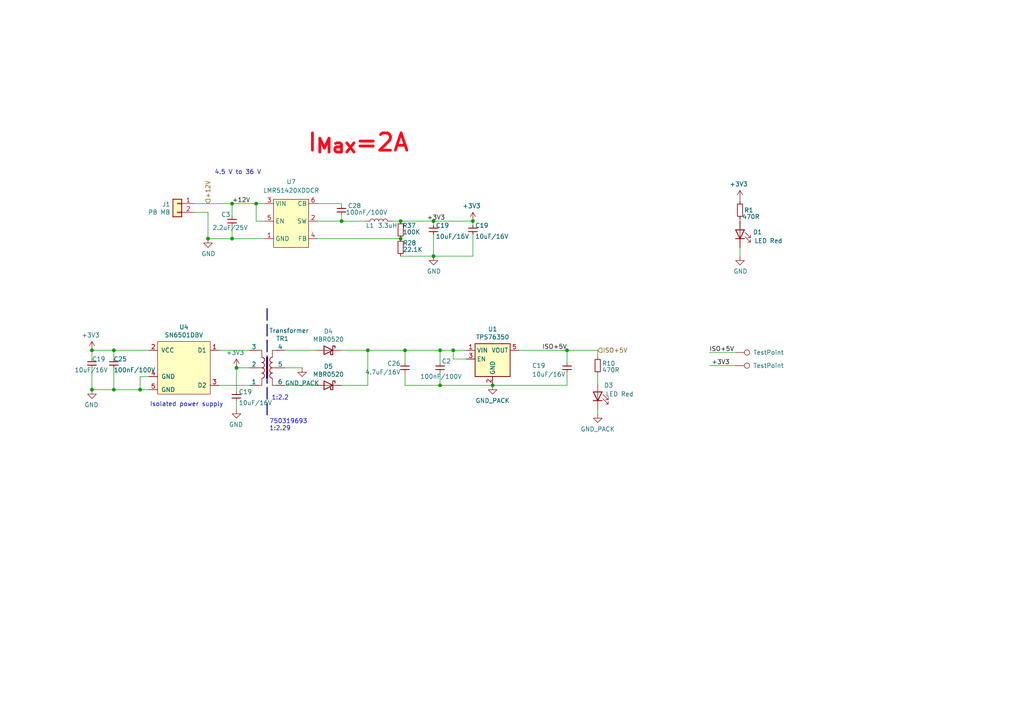
<source format=kicad_sch>
(kicad_sch (version 20230121) (generator eeschema)

  (uuid 320f2caf-f00f-4432-86ed-f2c19d076281)

  (paper "A4")

  (title_block
    (date "2023-10-19")
    (rev "V0.1")
    (company "teTra")
  )

  (lib_symbols
    (symbol "Connector:TestPoint" (pin_numbers hide) (pin_names (offset 0.762) hide) (in_bom yes) (on_board yes)
      (property "Reference" "TP" (at 0 6.858 0)
        (effects (font (size 1.27 1.27)))
      )
      (property "Value" "TestPoint" (at 0 5.08 0)
        (effects (font (size 1.27 1.27)))
      )
      (property "Footprint" "" (at 5.08 0 0)
        (effects (font (size 1.27 1.27)) hide)
      )
      (property "Datasheet" "~" (at 5.08 0 0)
        (effects (font (size 1.27 1.27)) hide)
      )
      (property "ki_keywords" "test point tp" (at 0 0 0)
        (effects (font (size 1.27 1.27)) hide)
      )
      (property "ki_description" "test point" (at 0 0 0)
        (effects (font (size 1.27 1.27)) hide)
      )
      (property "ki_fp_filters" "Pin* Test*" (at 0 0 0)
        (effects (font (size 1.27 1.27)) hide)
      )
      (symbol "TestPoint_0_1"
        (circle (center 0 3.302) (radius 0.762)
          (stroke (width 0) (type default))
          (fill (type none))
        )
      )
      (symbol "TestPoint_1_1"
        (pin passive line (at 0 0 90) (length 2.54)
          (name "1" (effects (font (size 1.27 1.27))))
          (number "1" (effects (font (size 1.27 1.27))))
        )
      )
    )
    (symbol "Connector_Generic:Conn_01x02" (pin_names (offset 1.016) hide) (in_bom yes) (on_board yes)
      (property "Reference" "J" (at 0 2.54 0)
        (effects (font (size 1.27 1.27)))
      )
      (property "Value" "Conn_01x02" (at 0 -5.08 0)
        (effects (font (size 1.27 1.27)))
      )
      (property "Footprint" "" (at 0 0 0)
        (effects (font (size 1.27 1.27)) hide)
      )
      (property "Datasheet" "~" (at 0 0 0)
        (effects (font (size 1.27 1.27)) hide)
      )
      (property "ki_keywords" "connector" (at 0 0 0)
        (effects (font (size 1.27 1.27)) hide)
      )
      (property "ki_description" "Generic connector, single row, 01x02, script generated (kicad-library-utils/schlib/autogen/connector/)" (at 0 0 0)
        (effects (font (size 1.27 1.27)) hide)
      )
      (property "ki_fp_filters" "Connector*:*_1x??_*" (at 0 0 0)
        (effects (font (size 1.27 1.27)) hide)
      )
      (symbol "Conn_01x02_1_1"
        (rectangle (start -1.27 -2.413) (end 0 -2.667)
          (stroke (width 0.1524) (type default))
          (fill (type none))
        )
        (rectangle (start -1.27 0.127) (end 0 -0.127)
          (stroke (width 0.1524) (type default))
          (fill (type none))
        )
        (rectangle (start -1.27 1.27) (end 1.27 -3.81)
          (stroke (width 0.254) (type default))
          (fill (type background))
        )
        (pin passive line (at -5.08 0 0) (length 3.81)
          (name "Pin_1" (effects (font (size 1.27 1.27))))
          (number "1" (effects (font (size 1.27 1.27))))
        )
        (pin passive line (at -5.08 -2.54 0) (length 3.81)
          (name "Pin_2" (effects (font (size 1.27 1.27))))
          (number "2" (effects (font (size 1.27 1.27))))
        )
      )
    )
    (symbol "Device:C" (pin_numbers hide) (pin_names (offset 0.254)) (in_bom yes) (on_board yes)
      (property "Reference" "C" (at 0.635 2.54 0)
        (effects (font (size 1.27 1.27)) (justify left))
      )
      (property "Value" "C" (at 0.635 -2.54 0)
        (effects (font (size 1.27 1.27)) (justify left))
      )
      (property "Footprint" "" (at 0.9652 -3.81 0)
        (effects (font (size 1.27 1.27)) hide)
      )
      (property "Datasheet" "~" (at 0 0 0)
        (effects (font (size 1.27 1.27)) hide)
      )
      (property "ki_keywords" "cap capacitor" (at 0 0 0)
        (effects (font (size 1.27 1.27)) hide)
      )
      (property "ki_description" "Unpolarized capacitor" (at 0 0 0)
        (effects (font (size 1.27 1.27)) hide)
      )
      (property "ki_fp_filters" "C_*" (at 0 0 0)
        (effects (font (size 1.27 1.27)) hide)
      )
      (symbol "C_1_1"
        (polyline
          (pts
            (xy -1.27 -0.508)
            (xy 1.27 -0.508)
          )
          (stroke (width 0.254) (type default))
          (fill (type none))
        )
        (polyline
          (pts
            (xy -1.27 0.508)
            (xy 1.27 0.508)
          )
          (stroke (width 0.254) (type default))
          (fill (type none))
        )
        (pin passive line (at 0 1.27 270) (length 0.762)
          (name "~" (effects (font (size 1.27 1.27))))
          (number "1" (effects (font (size 1.27 1.27))))
        )
        (pin passive line (at 0 -1.27 90) (length 0.762)
          (name "~" (effects (font (size 1.27 1.27))))
          (number "2" (effects (font (size 1.27 1.27))))
        )
      )
    )
    (symbol "Device:L" (pin_numbers hide) (pin_names (offset 1.016) hide) (in_bom yes) (on_board yes)
      (property "Reference" "L" (at -1.27 0 90)
        (effects (font (size 1.27 1.27)))
      )
      (property "Value" "L" (at 1.905 0 90)
        (effects (font (size 1.27 1.27)))
      )
      (property "Footprint" "" (at 0 0 0)
        (effects (font (size 1.27 1.27)) hide)
      )
      (property "Datasheet" "~" (at 0 0 0)
        (effects (font (size 1.27 1.27)) hide)
      )
      (property "ki_keywords" "inductor choke coil reactor magnetic" (at 0 0 0)
        (effects (font (size 1.27 1.27)) hide)
      )
      (property "ki_description" "Inductor" (at 0 0 0)
        (effects (font (size 1.27 1.27)) hide)
      )
      (property "ki_fp_filters" "Choke_* *Coil* Inductor_* L_*" (at 0 0 0)
        (effects (font (size 1.27 1.27)) hide)
      )
      (symbol "L_0_1"
        (arc (start 0 -2.54) (mid 0.6323 -1.905) (end 0 -1.27)
          (stroke (width 0) (type default))
          (fill (type none))
        )
        (arc (start 0 -1.27) (mid 0.6323 -0.635) (end 0 0)
          (stroke (width 0) (type default))
          (fill (type none))
        )
        (arc (start 0 0) (mid 0.6323 0.635) (end 0 1.27)
          (stroke (width 0) (type default))
          (fill (type none))
        )
        (arc (start 0 1.27) (mid 0.6323 1.905) (end 0 2.54)
          (stroke (width 0) (type default))
          (fill (type none))
        )
      )
      (symbol "L_1_1"
        (pin passive line (at 0 3.81 270) (length 1.27)
          (name "1" (effects (font (size 1.27 1.27))))
          (number "1" (effects (font (size 1.27 1.27))))
        )
        (pin passive line (at 0 -3.81 90) (length 1.27)
          (name "2" (effects (font (size 1.27 1.27))))
          (number "2" (effects (font (size 1.27 1.27))))
        )
      )
    )
    (symbol "Device:LED" (pin_numbers hide) (pin_names (offset 1.016) hide) (in_bom yes) (on_board yes)
      (property "Reference" "D" (at -0.762 -2.54 0)
        (effects (font (size 1.27 1.27)))
      )
      (property "Value" "LED" (at -0.762 4.318 0)
        (effects (font (size 1.27 1.27)))
      )
      (property "Footprint" "" (at 0 0 0)
        (effects (font (size 1.27 1.27)) hide)
      )
      (property "Datasheet" "~" (at 0 0 0)
        (effects (font (size 1.27 1.27)) hide)
      )
      (property "ki_keywords" "LED diode" (at 0 0 0)
        (effects (font (size 1.27 1.27)) hide)
      )
      (property "ki_description" "Light emitting diode" (at 0 0 0)
        (effects (font (size 1.27 1.27)) hide)
      )
      (property "ki_fp_filters" "LED* LED_SMD:* LED_THT:*" (at 0 0 0)
        (effects (font (size 1.27 1.27)) hide)
      )
      (symbol "LED_0_1"
        (polyline
          (pts
            (xy 1.27 0)
            (xy -1.27 0)
          )
          (stroke (width 0) (type default))
          (fill (type none))
        )
        (polyline
          (pts
            (xy 1.27 1.27)
            (xy 1.27 -1.27)
          )
          (stroke (width 0.254) (type default))
          (fill (type none))
        )
        (polyline
          (pts
            (xy -1.27 1.27)
            (xy -1.27 -1.27)
            (xy 1.27 0)
            (xy -1.27 1.27)
          )
          (stroke (width 0.254) (type default))
          (fill (type none))
        )
        (polyline
          (pts
            (xy -0.508 1.524)
            (xy 1.016 3.048)
            (xy 0.254 3.048)
            (xy 1.016 3.048)
            (xy 1.016 2.286)
          )
          (stroke (width 0) (type default))
          (fill (type none))
        )
        (polyline
          (pts
            (xy 0.762 1.524)
            (xy 2.286 3.048)
            (xy 1.524 3.048)
            (xy 2.286 3.048)
            (xy 2.286 2.286)
          )
          (stroke (width 0) (type default))
          (fill (type none))
        )
      )
      (symbol "LED_1_1"
        (pin passive line (at 3.81 0 180) (length 2.54)
          (name "K" (effects (font (size 1.27 1.27))))
          (number "1" (effects (font (size 1.27 1.27))))
        )
        (pin passive line (at -3.81 0 0) (length 2.54)
          (name "A" (effects (font (size 1.27 1.27))))
          (number "2" (effects (font (size 1.27 1.27))))
        )
      )
    )
    (symbol "Device:R_Small" (pin_numbers hide) (pin_names (offset 0.254) hide) (in_bom yes) (on_board yes)
      (property "Reference" "R" (at 0.762 0.508 0)
        (effects (font (size 1.27 1.27)) (justify left))
      )
      (property "Value" "R_Small" (at 0.762 -1.016 0)
        (effects (font (size 1.27 1.27)) (justify left))
      )
      (property "Footprint" "" (at 0 0 0)
        (effects (font (size 1.27 1.27)) hide)
      )
      (property "Datasheet" "~" (at 0 0 0)
        (effects (font (size 1.27 1.27)) hide)
      )
      (property "ki_keywords" "R resistor" (at 0 0 0)
        (effects (font (size 1.27 1.27)) hide)
      )
      (property "ki_description" "Resistor, small symbol" (at 0 0 0)
        (effects (font (size 1.27 1.27)) hide)
      )
      (property "ki_fp_filters" "R_*" (at 0 0 0)
        (effects (font (size 1.27 1.27)) hide)
      )
      (symbol "R_Small_0_1"
        (rectangle (start -0.762 1.778) (end 0.762 -1.778)
          (stroke (width 0.2032) (type default))
          (fill (type none))
        )
      )
      (symbol "R_Small_1_1"
        (pin passive line (at 0 2.54 270) (length 0.762)
          (name "~" (effects (font (size 1.27 1.27))))
          (number "1" (effects (font (size 1.27 1.27))))
        )
        (pin passive line (at 0 -2.54 90) (length 0.762)
          (name "~" (effects (font (size 1.27 1.27))))
          (number "2" (effects (font (size 1.27 1.27))))
        )
      )
    )
    (symbol "Diode:MBR0520" (pin_numbers hide) (pin_names (offset 1.016) hide) (in_bom yes) (on_board yes)
      (property "Reference" "D" (at 0 2.54 0)
        (effects (font (size 1.27 1.27)))
      )
      (property "Value" "MBR0520" (at 0 -2.54 0)
        (effects (font (size 1.27 1.27)))
      )
      (property "Footprint" "Diode_SMD:D_SOD-123" (at 0 -4.445 0)
        (effects (font (size 1.27 1.27)) hide)
      )
      (property "Datasheet" "http://www.mccsemi.com/up_pdf/MBR0520~MBR0580(SOD123).pdf" (at 0 0 0)
        (effects (font (size 1.27 1.27)) hide)
      )
      (property "ki_keywords" "diode Schottky" (at 0 0 0)
        (effects (font (size 1.27 1.27)) hide)
      )
      (property "ki_description" "20V 0.5A Schottky Power Rectifier Diode, SOD-123" (at 0 0 0)
        (effects (font (size 1.27 1.27)) hide)
      )
      (property "ki_fp_filters" "D*SOD?123*" (at 0 0 0)
        (effects (font (size 1.27 1.27)) hide)
      )
      (symbol "MBR0520_0_1"
        (polyline
          (pts
            (xy 1.27 0)
            (xy -1.27 0)
          )
          (stroke (width 0) (type default))
          (fill (type none))
        )
        (polyline
          (pts
            (xy 1.27 1.27)
            (xy 1.27 -1.27)
            (xy -1.27 0)
            (xy 1.27 1.27)
          )
          (stroke (width 0.254) (type default))
          (fill (type none))
        )
        (polyline
          (pts
            (xy -1.905 0.635)
            (xy -1.905 1.27)
            (xy -1.27 1.27)
            (xy -1.27 -1.27)
            (xy -0.635 -1.27)
            (xy -0.635 -0.635)
          )
          (stroke (width 0.254) (type default))
          (fill (type none))
        )
      )
      (symbol "MBR0520_1_1"
        (pin passive line (at -3.81 0 0) (length 2.54)
          (name "K" (effects (font (size 1.27 1.27))))
          (number "1" (effects (font (size 1.27 1.27))))
        )
        (pin passive line (at 3.81 0 180) (length 2.54)
          (name "A" (effects (font (size 1.27 1.27))))
          (number "2" (effects (font (size 1.27 1.27))))
        )
      )
    )
    (symbol "ENNOID:SN65601DBV" (pin_names (offset 1.016)) (in_bom yes) (on_board yes)
      (property "Reference" "U" (at 0 -8.89 0)
        (effects (font (size 1.27 1.27)))
      )
      (property "Value" "SN65601DBV" (at 0 8.89 0)
        (effects (font (size 1.27 1.27)))
      )
      (property "Footprint" "" (at 11.43 -1.27 0)
        (effects (font (size 1.27 1.27)) hide)
      )
      (property "Datasheet" "" (at 0 0 0)
        (effects (font (size 1.27 1.27)) hide)
      )
      (symbol "SN65601DBV_0_1"
        (rectangle (start -7.62 7.62) (end 7.62 -7.62)
          (stroke (width 0) (type solid))
          (fill (type background))
        )
      )
      (symbol "SN65601DBV_1_1"
        (pin input line (at -10.16 5.08 0) (length 2.54)
          (name "D1" (effects (font (size 1.27 1.27))))
          (number "1" (effects (font (size 1.27 1.27))))
        )
        (pin input line (at 10.16 5.08 180) (length 2.54)
          (name "VCC" (effects (font (size 1.27 1.27))))
          (number "2" (effects (font (size 1.27 1.27))))
        )
        (pin input line (at -10.16 -5.08 0) (length 2.54)
          (name "D2" (effects (font (size 1.27 1.27))))
          (number "3" (effects (font (size 1.27 1.27))))
        )
        (pin input line (at 10.16 -2.54 180) (length 2.54)
          (name "GND" (effects (font (size 1.27 1.27))))
          (number "4" (effects (font (size 1.27 1.27))))
        )
        (pin input line (at 10.16 -6.35 180) (length 2.54)
          (name "GND" (effects (font (size 1.27 1.27))))
          (number "5" (effects (font (size 1.27 1.27))))
        )
      )
    )
    (symbol "Power_Supervisor:TPS76350" (in_bom yes) (on_board yes)
      (property "Reference" "U" (at 0 0 0)
        (effects (font (size 1.27 1.27)))
      )
      (property "Value" "" (at 0 0 0)
        (effects (font (size 1.27 1.27)))
      )
      (property "Footprint" "" (at 0 0 0)
        (effects (font (size 1.27 1.27)) hide)
      )
      (property "Datasheet" "" (at 0 0 0)
        (effects (font (size 1.27 1.27)) hide)
      )
      (symbol "TPS76350_0_1"
        (rectangle (start -5.08 4.445) (end 5.08 -5.08)
          (stroke (width 0.254) (type solid))
          (fill (type background))
        )
      )
      (symbol "TPS76350_1_1"
        (pin power_in line (at -7.62 2.54 0) (length 2.54)
          (name "VIN" (effects (font (size 1.27 1.27))))
          (number "1" (effects (font (size 1.27 1.27))))
        )
        (pin power_in line (at 0 -7.62 90) (length 2.54)
          (name "GND" (effects (font (size 1.27 1.27))))
          (number "2" (effects (font (size 1.27 1.27))))
        )
        (pin input line (at -7.62 0 0) (length 2.54)
          (name "EN" (effects (font (size 1.27 1.27))))
          (number "3" (effects (font (size 1.27 1.27))))
        )
        (pin no_connect line (at 7.62 0 180) (length 2.54) hide
          (name "NC" (effects (font (size 1.27 1.27))))
          (number "4" (effects (font (size 1.27 1.27))))
        )
        (pin power_out line (at 7.62 2.54 180) (length 2.54)
          (name "VOUT" (effects (font (size 1.27 1.27))))
          (number "5" (effects (font (size 1.27 1.27))))
        )
      )
    )
    (symbol "Regulator_Switching:LMR51420" (in_bom yes) (on_board yes)
      (property "Reference" "U" (at 2.54 7.62 0)
        (effects (font (size 1.27 1.27)))
      )
      (property "Value" "LM51420" (at 0 0 0)
        (effects (font (size 1.27 1.27)))
      )
      (property "Footprint" "Package_TO_SOT_SMD:SOT-23-6_Handsoldering" (at 0 0 0)
        (effects (font (size 1.27 1.27)) hide)
      )
      (property "Datasheet" "https://www.ti.com/lit/ds/symlink/lmr51420.pdf" (at 0 0 0)
        (effects (font (size 1.27 1.27)) hide)
      )
      (property "MPN" "LMR51420XDDCR" (at 0 0 0)
        (effects (font (size 1.27 1.27)) hide)
      )
      (property "Description" "Buck Switching Regulator IC Positive Adjustable 0.6V 1 Output 2A SOT-23-6 Thin, TSOT-23-6" (at 0 0 0)
        (effects (font (size 1.27 1.27)) hide)
      )
      (symbol "LMR51420_1_1"
        (rectangle (start -2.54 6.35) (end 7.62 -7.62)
          (stroke (width 0) (type default))
          (fill (type background))
        )
        (pin input line (at -5.08 -5.08 0) (length 2.54)
          (name "GND" (effects (font (size 1.27 1.27))))
          (number "1" (effects (font (size 1.27 1.27))))
        )
        (pin input line (at 10.16 0 180) (length 2.54)
          (name "SW" (effects (font (size 1.27 1.27))))
          (number "2" (effects (font (size 1.27 1.27))))
        )
        (pin input line (at -5.08 5.08 0) (length 2.54)
          (name "VIN" (effects (font (size 1.27 1.27))))
          (number "3" (effects (font (size 1.27 1.27))))
        )
        (pin input line (at 10.16 -5.08 180) (length 2.54)
          (name "FB" (effects (font (size 1.27 1.27))))
          (number "4" (effects (font (size 1.27 1.27))))
        )
        (pin input line (at -5.08 0 0) (length 2.54)
          (name "EN" (effects (font (size 1.27 1.27))))
          (number "5" (effects (font (size 1.27 1.27))))
        )
        (pin input line (at 10.16 5.08 180) (length 2.54)
          (name "CB" (effects (font (size 1.27 1.27))))
          (number "6" (effects (font (size 1.27 1.27))))
        )
      )
    )
    (symbol "Transformer:TRANSF5" (pin_numbers hide) (pin_names (offset 0)) (in_bom yes) (on_board yes)
      (property "Reference" "TR" (at 0 6.35 0)
        (effects (font (size 1.27 1.27)))
      )
      (property "Value" "TRANSF5" (at 0 -6.35 0)
        (effects (font (size 1.27 1.27)))
      )
      (property "Footprint" "" (at 0 0 0)
        (effects (font (size 1.27 1.27)) hide)
      )
      (property "Datasheet" "https://mm.digikey.com/Volume0/opasdata/d220001/medias/docus/2416/760390015%20Dwg.pdf" (at 0 0 0)
        (effects (font (size 1.27 1.27)) hide)
      )
      (symbol "TRANSF5_0_1"
        (arc (start -1.524 -3.048) (mid -0.7653 -2.286) (end -1.524 -1.524)
          (stroke (width 0.2032) (type default))
          (fill (type none))
        )
        (arc (start -1.524 -1.524) (mid -0.7653 -0.762) (end -1.524 0)
          (stroke (width 0.2032) (type default))
          (fill (type none))
        )
        (arc (start -1.524 0) (mid -0.7653 0.762) (end -1.524 1.524)
          (stroke (width 0.2032) (type default))
          (fill (type none))
        )
        (arc (start -1.524 1.524) (mid -0.7653 2.286) (end -1.524 3.048)
          (stroke (width 0.2032) (type default))
          (fill (type none))
        )
        (rectangle (start -0.254 3.048) (end 0.254 -3.048)
          (stroke (width 0.0254) (type default))
          (fill (type outline))
        )
        (polyline
          (pts
            (xy -1.524 0)
            (xy -2.54 0)
            (xy -2.54 0)
          )
          (stroke (width 0) (type default))
          (fill (type outline))
        )
        (polyline
          (pts
            (xy 1.524 0)
            (xy 2.54 0)
            (xy 2.54 0)
          )
          (stroke (width 0) (type default))
          (fill (type outline))
        )
        (polyline
          (pts
            (xy -2.54 5.08)
            (xy -1.524 5.08)
            (xy -1.524 3.048)
            (xy -1.524 3.048)
          )
          (stroke (width 0.1524) (type default))
          (fill (type none))
        )
        (polyline
          (pts
            (xy -1.524 -3.048)
            (xy -1.524 -5.08)
            (xy -2.54 -5.08)
            (xy -2.54 -5.08)
          )
          (stroke (width 0.1524) (type default))
          (fill (type none))
        )
        (polyline
          (pts
            (xy 1.524 3.048)
            (xy 1.524 5.08)
            (xy 2.54 5.08)
            (xy 2.54 5.08)
          )
          (stroke (width 0.1524) (type default))
          (fill (type none))
        )
        (polyline
          (pts
            (xy 2.54 -5.08)
            (xy 1.524 -5.08)
            (xy 1.524 -3.048)
            (xy 1.524 -3.048)
          )
          (stroke (width 0.1524) (type default))
          (fill (type none))
        )
        (arc (start 1.524 -1.524) (mid 0.7653 -2.286) (end 1.524 -3.048)
          (stroke (width 0.2032) (type default))
          (fill (type none))
        )
        (arc (start 1.524 0) (mid 0.7653 -0.762) (end 1.524 -1.524)
          (stroke (width 0.2032) (type default))
          (fill (type none))
        )
        (arc (start 1.524 1.524) (mid 0.7653 0.762) (end 1.524 0)
          (stroke (width 0.2032) (type default))
          (fill (type none))
        )
        (arc (start 1.524 3.048) (mid 0.7653 2.286) (end 1.524 1.524)
          (stroke (width 0.2032) (type default))
          (fill (type none))
        )
      )
      (symbol "TRANSF5_1_1"
        (pin passive line (at -5.08 5.08 0) (length 2.54)
          (name "1" (effects (font (size 1.27 1.27))))
          (number "1" (effects (font (size 1.27 1.27))))
        )
        (pin passive line (at -5.08 0 0) (length 2.54)
          (name "2" (effects (font (size 1.27 1.27))))
          (number "2" (effects (font (size 1.27 1.27))))
        )
        (pin passive line (at -5.08 -5.08 0) (length 2.54)
          (name "3" (effects (font (size 1.27 1.27))))
          (number "3" (effects (font (size 1.27 1.27))))
        )
        (pin passive line (at 5.08 -5.08 180) (length 2.54)
          (name "4" (effects (font (size 1.27 1.27))))
          (number "4" (effects (font (size 1.27 1.27))))
        )
        (pin passive line (at 5.08 0 180) (length 2.54)
          (name "5" (effects (font (size 1.27 1.27))))
          (number "5" (effects (font (size 1.27 1.27))))
        )
        (pin passive line (at 5.08 5.08 180) (length 2.54)
          (name "6" (effects (font (size 1.27 1.27))))
          (number "6" (effects (font (size 1.27 1.27))))
        )
      )
    )
    (symbol "power:+3V3" (power) (pin_names (offset 0)) (in_bom yes) (on_board yes)
      (property "Reference" "#PWR" (at 0 -3.81 0)
        (effects (font (size 1.27 1.27)) hide)
      )
      (property "Value" "+3V3" (at 0 3.556 0)
        (effects (font (size 1.27 1.27)))
      )
      (property "Footprint" "" (at 0 0 0)
        (effects (font (size 1.27 1.27)) hide)
      )
      (property "Datasheet" "" (at 0 0 0)
        (effects (font (size 1.27 1.27)) hide)
      )
      (property "ki_keywords" "global power" (at 0 0 0)
        (effects (font (size 1.27 1.27)) hide)
      )
      (property "ki_description" "Power symbol creates a global label with name \"+3V3\"" (at 0 0 0)
        (effects (font (size 1.27 1.27)) hide)
      )
      (symbol "+3V3_0_1"
        (polyline
          (pts
            (xy -0.762 1.27)
            (xy 0 2.54)
          )
          (stroke (width 0) (type default))
          (fill (type none))
        )
        (polyline
          (pts
            (xy 0 0)
            (xy 0 2.54)
          )
          (stroke (width 0) (type default))
          (fill (type none))
        )
        (polyline
          (pts
            (xy 0 2.54)
            (xy 0.762 1.27)
          )
          (stroke (width 0) (type default))
          (fill (type none))
        )
      )
      (symbol "+3V3_1_1"
        (pin power_in line (at 0 0 90) (length 0) hide
          (name "+3V3" (effects (font (size 1.27 1.27))))
          (number "1" (effects (font (size 1.27 1.27))))
        )
      )
    )
    (symbol "power:GND" (power) (pin_names (offset 0)) (in_bom yes) (on_board yes)
      (property "Reference" "#PWR" (at 0 -6.35 0)
        (effects (font (size 1.27 1.27)) hide)
      )
      (property "Value" "GND" (at 0 -3.81 0)
        (effects (font (size 1.27 1.27)))
      )
      (property "Footprint" "" (at 0 0 0)
        (effects (font (size 1.27 1.27)) hide)
      )
      (property "Datasheet" "" (at 0 0 0)
        (effects (font (size 1.27 1.27)) hide)
      )
      (property "ki_keywords" "global power" (at 0 0 0)
        (effects (font (size 1.27 1.27)) hide)
      )
      (property "ki_description" "Power symbol creates a global label with name \"GND\" , ground" (at 0 0 0)
        (effects (font (size 1.27 1.27)) hide)
      )
      (symbol "GND_0_1"
        (polyline
          (pts
            (xy 0 0)
            (xy 0 -1.27)
            (xy 1.27 -1.27)
            (xy 0 -2.54)
            (xy -1.27 -1.27)
            (xy 0 -1.27)
          )
          (stroke (width 0) (type default))
          (fill (type none))
        )
      )
      (symbol "GND_1_1"
        (pin power_in line (at 0 0 270) (length 0) hide
          (name "GND" (effects (font (size 1.27 1.27))))
          (number "1" (effects (font (size 1.27 1.27))))
        )
      )
    )
    (symbol "power:GND_PACK" (power) (pin_names (offset 0)) (in_bom yes) (on_board yes)
      (property "Reference" "#PWR" (at 0 -6.35 0)
        (effects (font (size 1.27 1.27)) hide)
      )
      (property "Value" "GND_PACK" (at 0 -3.81 0)
        (effects (font (size 1.27 1.27)))
      )
      (property "Footprint" "" (at 0 0 0)
        (effects (font (size 1.27 1.27)) hide)
      )
      (property "Datasheet" "" (at 0 0 0)
        (effects (font (size 1.27 1.27)) hide)
      )
      (property "ki_keywords" "global power" (at 0 0 0)
        (effects (font (size 1.27 1.27)) hide)
      )
      (property "ki_description" "Power symbol creates a global label with name \"GND_PACK\" , ground" (at 0 0 0)
        (effects (font (size 1.27 1.27)) hide)
      )
      (symbol "GND_PACK_0_1"
        (polyline
          (pts
            (xy 0 0)
            (xy 0 -1.27)
            (xy 1.27 -1.27)
            (xy 0 -2.54)
            (xy -1.27 -1.27)
            (xy 0 -1.27)
          )
          (stroke (width 0) (type default))
          (fill (type none))
        )
      )
      (symbol "GND_PACK_1_1"
        (pin power_in line (at 0 0 270) (length 0) hide
          (name "GND_PACK" (effects (font (size 1.27 1.27))))
          (number "1" (effects (font (size 1.27 1.27))))
        )
      )
    )
  )

  (junction (at 26.67 101.6) (diameter 0) (color 0 0 0 0)
    (uuid 287cb2ff-3ba6-4fab-bb0c-79b8a331f9cc)
  )
  (junction (at 116.205 69.215) (diameter 0) (color 0 0 0 0)
    (uuid 29144466-7e96-4d51-80d1-c49736fa2bc4)
  )
  (junction (at 40.64 113.03) (diameter 0) (color 0 0 0 0)
    (uuid 2bf5d0f5-df70-43d7-88ce-3a7b2438659f)
  )
  (junction (at 137.16 64.135) (diameter 0) (color 0 0 0 0)
    (uuid 35273a59-c037-447b-85d4-ec84f98a11ba)
  )
  (junction (at 106.68 101.6) (diameter 0) (color 0 0 0 0)
    (uuid 3dae0cfe-ba71-459f-a62d-a85f310aaea4)
  )
  (junction (at 116.205 64.135) (diameter 0) (color 0 0 0 0)
    (uuid 5bc0c177-e187-4b2d-8d6d-cd38ae6c4e85)
  )
  (junction (at 164.465 101.6) (diameter 0) (color 0 0 0 0)
    (uuid 5db367fe-3c10-440b-83e3-582d3065da46)
  )
  (junction (at 99.06 64.135) (diameter 0) (color 0 0 0 0)
    (uuid 61d92f39-c5e9-48d5-894f-a5fc74e9add8)
  )
  (junction (at 131.445 101.6) (diameter 0) (color 0 0 0 0)
    (uuid 6ab63bff-d05c-4c2a-b872-6604c3cf20af)
  )
  (junction (at 67.31 69.215) (diameter 0) (color 0 0 0 0)
    (uuid 6b59f74b-88a0-4e9d-89ff-f92784181315)
  )
  (junction (at 33.02 113.03) (diameter 0) (color 0 0 0 0)
    (uuid 6b6802c3-4810-4379-a43b-641f5538348c)
  )
  (junction (at 127.635 101.6) (diameter 0) (color 0 0 0 0)
    (uuid 6ea68398-1927-44e1-9aaa-83b512ecd08d)
  )
  (junction (at 125.73 74.295) (diameter 0) (color 0 0 0 0)
    (uuid 96fb71f3-0e23-47e9-b6b5-360045d2ef7e)
  )
  (junction (at 142.875 111.76) (diameter 0) (color 0 0 0 0)
    (uuid ac28e840-00f8-41fc-b85a-edc9472e92f5)
  )
  (junction (at 68.58 106.68) (diameter 0) (color 0 0 0 0)
    (uuid c6347032-25b4-4978-95bc-d32e1a4c9752)
  )
  (junction (at 127.635 111.76) (diameter 0) (color 0 0 0 0)
    (uuid ca508827-803e-4fbc-90dd-a3f8b4a8786b)
  )
  (junction (at 67.31 59.055) (diameter 0) (color 0 0 0 0)
    (uuid ccb1139c-07ad-412a-836d-9d3943567551)
  )
  (junction (at 117.475 101.6) (diameter 0) (color 0 0 0 0)
    (uuid d023e8f9-f54b-434c-b546-0abf23534f33)
  )
  (junction (at 26.67 113.03) (diameter 0) (color 0 0 0 0)
    (uuid da5a39ed-1826-4a41-90b5-d62bd85e14b7)
  )
  (junction (at 125.73 64.135) (diameter 0) (color 0 0 0 0)
    (uuid e02390c4-79fa-41f5-ab89-8ada9443d850)
  )
  (junction (at 33.02 101.6) (diameter 0) (color 0 0 0 0)
    (uuid e41bffb5-88d2-4721-b304-503e594ae951)
  )
  (junction (at 74.295 59.055) (diameter 0) (color 0 0 0 0)
    (uuid e4254500-a2be-4e50-9d4e-a7cd632c0564)
  )
  (junction (at 60.325 69.215) (diameter 0) (color 0 0 0 0)
    (uuid febf7e91-2df9-44a0-abf8-4dddeb6ce259)
  )

  (wire (pts (xy 99.06 59.69) (xy 99.06 59.055))
    (stroke (width 0) (type default))
    (uuid 0469e5ac-046a-4fa8-973e-7388c1e7d7a8)
  )
  (wire (pts (xy 74.295 59.055) (xy 74.295 64.135))
    (stroke (width 0) (type default))
    (uuid 0d3a0ba7-1953-486c-a11f-1f8f1439a447)
  )
  (wire (pts (xy 164.465 101.6) (xy 150.495 101.6))
    (stroke (width 0) (type default))
    (uuid 11dfd986-6ecc-4f04-b77f-e0dd682b2146)
  )
  (wire (pts (xy 26.67 106.68) (xy 26.67 113.03))
    (stroke (width 0) (type default))
    (uuid 13820624-493e-4cc7-bbb8-bc0e32ed5f65)
  )
  (wire (pts (xy 99.06 111.76) (xy 106.68 111.76))
    (stroke (width 0) (type default))
    (uuid 1455923a-c706-4e64-afb7-f8c9f47c3cb8)
  )
  (wire (pts (xy 205.74 106.045) (xy 213.36 106.045))
    (stroke (width 0) (type default))
    (uuid 14c45e74-9ddb-4a88-8125-2229376ab26f)
  )
  (wire (pts (xy 99.06 62.23) (xy 99.06 64.135))
    (stroke (width 0) (type default))
    (uuid 152384d6-d0b9-41bc-8d01-3087f7a47946)
  )
  (wire (pts (xy 33.02 106.68) (xy 33.02 113.03))
    (stroke (width 0) (type default))
    (uuid 1b3d0bc5-38da-4893-8e64-5a11c9dd165f)
  )
  (wire (pts (xy 164.465 101.6) (xy 164.465 105.41))
    (stroke (width 0) (type default))
    (uuid 1b94e64a-faf4-4632-8f34-b5b50b24e1dd)
  )
  (wire (pts (xy 67.31 65.405) (xy 67.31 69.215))
    (stroke (width 0) (type default))
    (uuid 1cc296be-f7be-40e4-8be7-b944ac4a0aa8)
  )
  (bus (pts (xy 77.47 89.535) (xy 77.47 120.65))
    (stroke (width 0) (type dash))
    (uuid 1d2eda15-7c96-46ed-985f-c7ce3c26d564)
  )

  (wire (pts (xy 60.325 69.215) (xy 67.31 69.215))
    (stroke (width 0) (type default))
    (uuid 1e05a4ef-8a17-4cd8-8f87-43aa62427042)
  )
  (wire (pts (xy 164.465 101.6) (xy 173.355 101.6))
    (stroke (width 0) (type default))
    (uuid 1fb07903-e9dd-4f49-a202-1d14a4f98b73)
  )
  (wire (pts (xy 82.55 106.68) (xy 87.63 106.68))
    (stroke (width 0) (type default))
    (uuid 20e6e05e-73d0-4c6d-b7eb-409463f986a5)
  )
  (wire (pts (xy 106.68 101.6) (xy 99.06 101.6))
    (stroke (width 0) (type default))
    (uuid 24c8db51-93d8-4a15-83bd-a1dcf194cdf7)
  )
  (wire (pts (xy 214.63 63.5) (xy 214.63 64.135))
    (stroke (width 0) (type default))
    (uuid 250d3937-f53d-49ab-9a23-bc0bea4b5345)
  )
  (wire (pts (xy 56.515 59.055) (xy 67.31 59.055))
    (stroke (width 0) (type default))
    (uuid 2b18c1ee-136e-4276-994d-0f858cbba886)
  )
  (wire (pts (xy 33.02 101.6) (xy 33.02 104.14))
    (stroke (width 0) (type default))
    (uuid 3744bca8-ab98-4768-a4a2-149672cb5602)
  )
  (wire (pts (xy 56.515 61.595) (xy 60.325 61.595))
    (stroke (width 0) (type default))
    (uuid 3c5ca94a-912d-43d3-af27-cc87b3a16e50)
  )
  (wire (pts (xy 173.355 108.585) (xy 173.355 111.125))
    (stroke (width 0) (type default))
    (uuid 46e5f250-0e7b-49a8-b365-5c5c74ea93de)
  )
  (wire (pts (xy 92.075 69.215) (xy 116.205 69.215))
    (stroke (width 0) (type default))
    (uuid 4f7f12e4-1149-410a-99ae-3fc9466b87b7)
  )
  (wire (pts (xy 67.31 69.215) (xy 76.835 69.215))
    (stroke (width 0) (type default))
    (uuid 54943512-e3f2-46ed-bba5-6eace142a1b2)
  )
  (wire (pts (xy 214.63 58.42) (xy 214.63 57.785))
    (stroke (width 0) (type default))
    (uuid 567a5f93-f1d9-41b3-84dc-3e943f3ff1ad)
  )
  (wire (pts (xy 92.075 64.135) (xy 99.06 64.135))
    (stroke (width 0) (type default))
    (uuid 58456133-6171-4abd-9b11-a0696a3b1ca8)
  )
  (wire (pts (xy 125.73 64.135) (xy 125.73 65.405))
    (stroke (width 0) (type default))
    (uuid 59077188-1267-4d68-be5b-dc6a947a6d8e)
  )
  (wire (pts (xy 26.67 101.6) (xy 33.02 101.6))
    (stroke (width 0) (type default))
    (uuid 5cc6d37a-4d67-4e8e-8cae-a0bb77aea5ff)
  )
  (wire (pts (xy 40.64 113.03) (xy 43.18 113.03))
    (stroke (width 0) (type default))
    (uuid 637442eb-d018-4b46-ab2b-c7197c630128)
  )
  (wire (pts (xy 131.445 104.14) (xy 131.445 101.6))
    (stroke (width 0) (type default))
    (uuid 6c094bf3-a875-44dc-909e-cead78d76dc3)
  )
  (wire (pts (xy 117.475 101.6) (xy 106.68 101.6))
    (stroke (width 0) (type default))
    (uuid 6ecfd7d1-c006-4c91-92bc-1099f018dd72)
  )
  (wire (pts (xy 116.205 74.295) (xy 125.73 74.295))
    (stroke (width 0) (type default))
    (uuid 70a9c38f-0839-42ea-9bfe-c954f0e97a69)
  )
  (wire (pts (xy 67.31 59.055) (xy 74.295 59.055))
    (stroke (width 0) (type default))
    (uuid 7be9def3-5a03-437c-849e-67b144acd5b9)
  )
  (wire (pts (xy 26.67 113.03) (xy 33.02 113.03))
    (stroke (width 0) (type default))
    (uuid 7d97c024-c7d4-43ba-b6ba-c38db8dc1f41)
  )
  (wire (pts (xy 74.295 64.135) (xy 76.835 64.135))
    (stroke (width 0) (type default))
    (uuid 7f48b6ea-8307-450b-b5a4-29af75e803a3)
  )
  (wire (pts (xy 135.255 101.6) (xy 131.445 101.6))
    (stroke (width 0) (type default))
    (uuid 7f82eaf6-7f81-4eeb-819a-dd37c2f47426)
  )
  (wire (pts (xy 74.295 59.055) (xy 76.835 59.055))
    (stroke (width 0) (type default))
    (uuid 85fdeba7-5c1b-4b41-b30e-d7845d4d0980)
  )
  (wire (pts (xy 68.58 106.68) (xy 68.58 113.665))
    (stroke (width 0) (type default))
    (uuid 86bcc7f7-d646-4505-bfe2-5ea17d0e7099)
  )
  (wire (pts (xy 60.325 61.595) (xy 60.325 69.215))
    (stroke (width 0) (type default))
    (uuid 86edff3b-291b-4d60-bd18-ca8058446acf)
  )
  (wire (pts (xy 72.39 106.68) (xy 68.58 106.68))
    (stroke (width 0) (type default))
    (uuid 873cbbf7-6d50-4e9e-ae68-6ddeb929a10f)
  )
  (wire (pts (xy 67.31 59.055) (xy 67.31 62.865))
    (stroke (width 0) (type default))
    (uuid 8e477447-eb4d-489b-be37-f5dcb9a45f2a)
  )
  (wire (pts (xy 92.075 59.055) (xy 99.06 59.055))
    (stroke (width 0) (type default))
    (uuid 944cd41c-12ee-4396-baf7-bad8a5174d9f)
  )
  (wire (pts (xy 116.205 64.135) (xy 125.73 64.135))
    (stroke (width 0) (type default))
    (uuid 9514ea63-a156-40f4-9dc0-36abe29d5ad8)
  )
  (wire (pts (xy 33.02 101.6) (xy 43.18 101.6))
    (stroke (width 0) (type default))
    (uuid 9654321f-9bc2-4b7e-b60a-24eaab4f18f5)
  )
  (wire (pts (xy 137.16 64.135) (xy 137.16 65.405))
    (stroke (width 0) (type default))
    (uuid 97bd0923-9b9d-46b9-abeb-cbed2619da45)
  )
  (wire (pts (xy 99.06 64.135) (xy 106.045 64.135))
    (stroke (width 0) (type default))
    (uuid a100e90e-35c4-4f97-9164-aa30791e5053)
  )
  (wire (pts (xy 131.445 101.6) (xy 127.635 101.6))
    (stroke (width 0) (type default))
    (uuid a4fb84cb-4cb4-438a-bdb7-2c1da3b7f6e9)
  )
  (wire (pts (xy 135.255 104.14) (xy 131.445 104.14))
    (stroke (width 0) (type default))
    (uuid a89ff934-c488-41d4-b5f8-ccc21e6159d4)
  )
  (wire (pts (xy 137.16 67.945) (xy 137.16 74.295))
    (stroke (width 0) (type default))
    (uuid a9521371-2240-4d53-941e-254055dc7641)
  )
  (wire (pts (xy 113.665 64.135) (xy 116.205 64.135))
    (stroke (width 0) (type default))
    (uuid aa32980a-6228-4f42-8aab-8c6038d4bce9)
  )
  (wire (pts (xy 91.44 101.6) (xy 82.55 101.6))
    (stroke (width 0) (type default))
    (uuid aadb6636-b243-483e-84c6-a40308e3140c)
  )
  (wire (pts (xy 127.635 101.6) (xy 117.475 101.6))
    (stroke (width 0) (type default))
    (uuid ac263a73-b2fe-49f5-acde-b216a1b766c2)
  )
  (wire (pts (xy 72.39 101.6) (xy 63.5 101.6))
    (stroke (width 0) (type default))
    (uuid ac3d90e1-85ee-46fe-b93d-18f785dc752b)
  )
  (wire (pts (xy 127.635 107.95) (xy 127.635 111.76))
    (stroke (width 0) (type default))
    (uuid acce53de-3cdb-4a55-8d2e-fd2d2d8d546e)
  )
  (wire (pts (xy 43.18 109.22) (xy 40.64 109.22))
    (stroke (width 0) (type default))
    (uuid ae0c9b04-7268-4d86-9b0f-da06874f196f)
  )
  (wire (pts (xy 214.63 71.755) (xy 214.63 74.295))
    (stroke (width 0) (type default))
    (uuid b1f4635e-a6fb-42ce-a22c-09920d9c231f)
  )
  (wire (pts (xy 91.44 111.76) (xy 82.55 111.76))
    (stroke (width 0) (type default))
    (uuid b6b51d6c-ace6-4309-b98c-7ebe13a22e14)
  )
  (wire (pts (xy 117.475 107.95) (xy 117.475 111.76))
    (stroke (width 0) (type default))
    (uuid be5729e0-9777-4ff4-9377-259c272f5cd8)
  )
  (wire (pts (xy 125.73 67.945) (xy 125.73 74.295))
    (stroke (width 0) (type default))
    (uuid bfc9f007-3d45-437c-b38a-6d13c90208ba)
  )
  (wire (pts (xy 164.465 111.76) (xy 142.875 111.76))
    (stroke (width 0) (type default))
    (uuid c3a52349-6744-490e-9dae-4e52547af97e)
  )
  (wire (pts (xy 72.39 111.76) (xy 63.5 111.76))
    (stroke (width 0) (type default))
    (uuid cd5524b5-8d30-45f9-8c23-ec8939f0ef14)
  )
  (wire (pts (xy 26.67 104.14) (xy 26.67 101.6))
    (stroke (width 0) (type default))
    (uuid d0f93556-1453-4c30-8404-b6e35e687a93)
  )
  (wire (pts (xy 117.475 101.6) (xy 117.475 105.41))
    (stroke (width 0) (type default))
    (uuid dc371185-c27a-4aad-a458-38a3df47d894)
  )
  (wire (pts (xy 40.64 113.03) (xy 33.02 113.03))
    (stroke (width 0) (type default))
    (uuid e0b74a65-b020-444f-a511-6e536ded0567)
  )
  (wire (pts (xy 127.635 111.76) (xy 117.475 111.76))
    (stroke (width 0) (type default))
    (uuid e3b49672-a676-40b4-9839-a1d9789117de)
  )
  (wire (pts (xy 173.355 101.6) (xy 173.355 103.505))
    (stroke (width 0) (type default))
    (uuid e5573f54-2c8a-493f-96a2-f68f3841c5e8)
  )
  (wire (pts (xy 173.355 118.745) (xy 173.355 120.015))
    (stroke (width 0) (type default))
    (uuid e6a5c00d-cc33-46ea-8e39-7c4965a489a3)
  )
  (wire (pts (xy 205.74 102.235) (xy 213.36 102.235))
    (stroke (width 0) (type default))
    (uuid eaf31500-912b-4cc3-87ff-347736ab9f0d)
  )
  (wire (pts (xy 164.465 107.95) (xy 164.465 111.76))
    (stroke (width 0) (type default))
    (uuid ecdb511f-e13d-41f0-8a5f-d279ab5dcd94)
  )
  (wire (pts (xy 40.64 109.22) (xy 40.64 113.03))
    (stroke (width 0) (type default))
    (uuid ed843ae5-68c7-4ba2-84b9-661e69e13d22)
  )
  (wire (pts (xy 106.68 101.6) (xy 106.68 111.76))
    (stroke (width 0) (type default))
    (uuid ef87d12a-8abf-4b93-8193-f0b795611ad6)
  )
  (wire (pts (xy 127.635 101.6) (xy 127.635 105.41))
    (stroke (width 0) (type default))
    (uuid f0857e98-9035-458e-920c-85f433682b21)
  )
  (wire (pts (xy 68.58 116.205) (xy 68.58 118.745))
    (stroke (width 0) (type default))
    (uuid f8414efc-5228-4b6d-b192-8e76fbb60dc4)
  )
  (wire (pts (xy 125.73 74.295) (xy 137.16 74.295))
    (stroke (width 0) (type default))
    (uuid f8fab778-029f-42a2-90f4-16c461c8c0f6)
  )
  (wire (pts (xy 142.875 111.76) (xy 127.635 111.76))
    (stroke (width 0) (type default))
    (uuid fa18298d-7a76-4eb7-94ef-e406292d7c0a)
  )
  (wire (pts (xy 137.16 64.135) (xy 125.73 64.135))
    (stroke (width 0) (type default))
    (uuid fae627ba-c63d-4e24-b3c7-86efd665fac1)
  )

  (text "1:2.2" (at 78.74 116.205 0)
    (effects (font (size 1.27 1.27)) (justify left bottom))
    (uuid 14d25794-d02d-4ec5-b354-6479f2cac503)
  )
  (text "I_{Max}=2A" (at 88.9 44.45 0)
    (effects (font (size 5 5) (thickness 0.8) bold (color 255 3 22 1)) (justify left bottom))
    (uuid 1570ff9c-e7ed-48d8-8d45-6fe133da4d17)
  )
  (text "Isolated power supply" (at 64.77 118.11 0)
    (effects (font (size 1.27 1.27)) (justify right bottom))
    (uuid 8542ef56-a148-4408-9945-88ba30a9bd78)
  )
  (text "750319693   \n1:2.29" (at 78.105 125.095 0)
    (effects (font (size 1.27 1.27)) (justify left bottom))
    (uuid 9172f304-b287-4261-9662-e290c3629ae5)
  )
  (text "4.5 V to 36 V\n" (at 62.23 50.8 0)
    (effects (font (size 1.27 1.27)) (justify left bottom))
    (uuid c3bcacd1-0fc0-48b4-bd95-f03cac9dc2a4)
  )

  (label "+3V3" (at 206.375 106.045 0) (fields_autoplaced)
    (effects (font (size 1.27 1.27)) (justify left bottom))
    (uuid 5d7874e3-727c-41c8-91d3-ffe0af7b63a0)
  )
  (label "ISO+5V" (at 205.74 102.235 0) (fields_autoplaced)
    (effects (font (size 1.27 1.27)) (justify left bottom))
    (uuid c0a6d7d7-1794-40ed-8307-70ee963eb2e9)
  )
  (label "+3V3" (at 123.825 64.135 0) (fields_autoplaced)
    (effects (font (size 1.27 1.27)) (justify left bottom))
    (uuid c4ef4bd0-3f91-4c4e-a63a-644adca90d6c)
  )
  (label "+12V" (at 67.31 59.055 0) (fields_autoplaced)
    (effects (font (size 1.27 1.27)) (justify left bottom))
    (uuid d0e713de-ece8-480f-870f-ac1afe8bc551)
  )
  (label "ISO+5V" (at 164.465 101.6 180) (fields_autoplaced)
    (effects (font (size 1.27 1.27)) (justify right bottom))
    (uuid f5889c0b-43ab-42a6-9d8a-f7c3285e206a)
  )

  (hierarchical_label "ISO+5V" (shape input) (at 173.355 101.6 0) (fields_autoplaced)
    (effects (font (size 1.27 1.27)) (justify left))
    (uuid 2bbb8211-bb02-4060-87a5-99f006e0d0d9)
  )
  (hierarchical_label "+12V" (shape input) (at 60.325 59.055 90) (fields_autoplaced)
    (effects (font (size 1.27 1.27)) (justify left))
    (uuid 8eecf37d-f92b-4375-9c21-a112de8d16c3)
  )

  (symbol (lib_id "Device:L") (at 109.855 64.135 90) (unit 1)
    (in_bom yes) (on_board yes) (dnp no)
    (uuid 00000000-0000-0000-0000-00005c70a0c0)
    (property "Reference" "L1" (at 107.315 65.405 90)
      (effects (font (size 1.27 1.27)))
    )
    (property "Value" "3.3uH" (at 112.395 65.405 90)
      (effects (font (size 1.27 1.27)))
    )
    (property "Footprint" "Inductor_SMD:L_Bourns_SRP5030T" (at 109.855 64.135 0)
      (effects (font (size 1.27 1.27)) hide)
    )
    (property "Datasheet" "https://www.bourns.com/docs/Product-Datasheets/SRP5030CC.pdf" (at 109.855 64.135 0)
      (effects (font (size 1.27 1.27)) hide)
    )
    (property "MPN" "SRP5030CC-3R3M" (at 109.855 64.135 0)
      (effects (font (size 1.27 1.27)) hide)
    )
    (property "Link" "https://www.digikey.jp/en/products/detail/bourns-inc/SRP5030CC-3R3M/21263799?s=N4IgTCBcDaIMoCUAKBWADAZjQYWwWgwQwFkQBdAXyA" (at 109.855 64.135 90)
      (effects (font (size 1.27 1.27)) hide)
    )
    (property "Description" "3.3 µH Shielded Wirewound Inductor 5 A 38mOhm Max Nonstandard" (at 109.855 64.135 90)
      (effects (font (size 1.27 1.27)) hide)
    )
    (pin "1" (uuid e7df8030-2c52-4ba2-878a-8c8851921cee))
    (pin "2" (uuid 5c4a8b37-2c00-4746-b0ed-616015f3a24f))
    (instances
      (project "LTC6811_ESP32_V1p3"
        (path "/6a86ff6f-b159-4c4c-8a40-e732cc82e010/00000000-0000-0000-0000-00005ac18063"
          (reference "L1") (unit 1)
        )
      )
    )
  )

  (symbol (lib_id "power:GND") (at 125.73 74.295 0) (unit 1)
    (in_bom yes) (on_board yes) (dnp no)
    (uuid 00000000-0000-0000-0000-00005c74287e)
    (property "Reference" "#PWR043" (at 125.73 80.645 0)
      (effects (font (size 1.27 1.27)) hide)
    )
    (property "Value" "GND" (at 125.857 78.6892 0)
      (effects (font (size 1.27 1.27)))
    )
    (property "Footprint" "" (at 125.73 74.295 0)
      (effects (font (size 1.27 1.27)) hide)
    )
    (property "Datasheet" "" (at 125.73 74.295 0)
      (effects (font (size 1.27 1.27)) hide)
    )
    (pin "1" (uuid d2e83e23-29a4-4b8f-8ff7-b0bb958de396))
    (instances
      (project "LTC6811_ESP32_V1p3"
        (path "/6a86ff6f-b159-4c4c-8a40-e732cc82e010/00000000-0000-0000-0000-00005ac18063"
          (reference "#PWR043") (unit 1)
        )
      )
    )
  )

  (symbol (lib_id "power:GND") (at 60.325 69.215 0) (unit 1)
    (in_bom yes) (on_board yes) (dnp no)
    (uuid 05fcc230-55dd-4c6f-a62a-7dfc2c10bf73)
    (property "Reference" "#PWR038" (at 60.325 75.565 0)
      (effects (font (size 1.27 1.27)) hide)
    )
    (property "Value" "GND" (at 60.452 73.6092 0)
      (effects (font (size 1.27 1.27)))
    )
    (property "Footprint" "" (at 60.325 69.215 0)
      (effects (font (size 1.27 1.27)) hide)
    )
    (property "Datasheet" "" (at 60.325 69.215 0)
      (effects (font (size 1.27 1.27)) hide)
    )
    (pin "1" (uuid c34052e6-b55f-466a-9d3b-88d85f86cb59))
    (instances
      (project "LTC6811_ESP32_V1p3"
        (path "/6a86ff6f-b159-4c4c-8a40-e732cc82e010/00000000-0000-0000-0000-00005ac18063"
          (reference "#PWR038") (unit 1)
        )
      )
    )
  )

  (symbol (lib_id "ENNOID:SN65601DBV") (at 53.34 106.68 0) (mirror y) (unit 1)
    (in_bom yes) (on_board yes) (dnp no)
    (uuid 1ab1063d-9ff7-47e6-b41c-0d89ffcec2fb)
    (property "Reference" "U4" (at 53.34 94.869 0)
      (effects (font (size 1.27 1.27)))
    )
    (property "Value" "SN6501DBV" (at 53.34 97.1804 0)
      (effects (font (size 1.27 1.27)))
    )
    (property "Footprint" "Package_TO_SOT_SMD:SOT-23-5" (at 41.91 107.95 0)
      (effects (font (size 1.27 1.27)) hide)
    )
    (property "Datasheet" "https://www.ti.com.cn/cn/lit/ds/symlink/sn6501.pdf?ts=1707800085827&ref_url=https%253A%252F%252Fwww.ti.com.cn%252Fsitesearch%252Fzh-cn%252Fdocs%252Funiversalsearch.tsp%253FlangPref%253Dzh-CN%2526searchTerm%253DSN6501DBV%2526nr%253D33" (at 53.34 106.68 0)
      (effects (font (size 1.27 1.27)) hide)
    )
    (property "MPN" "SN6501DBVR" (at 53.34 106.68 0)
      (effects (font (size 1.27 1.27)) hide)
    )
    (property "Description" "Transformer Driver PMIC SOT-23-5" (at 53.34 106.68 0)
      (effects (font (size 1.27 1.27)) hide)
    )
    (property "Link" "https://www.digikey.jp/en/products/detail/texas-instruments/SN6501DBVR/3431175?s=N4IgTCBcDaIMoDkBsBWADARgCICEBqASiALoC%2BQA" (at 53.34 106.68 0)
      (effects (font (size 1.27 1.27)) hide)
    )
    (pin "1" (uuid a6871cff-fee7-419c-bb9f-451c0c1c0378))
    (pin "2" (uuid bad024ce-7fd3-44d9-8ab9-16b6a32a5bda))
    (pin "3" (uuid 15c40beb-be99-410f-9754-95e8d994d712))
    (pin "4" (uuid d7c8d9da-ba73-4da2-a8d1-a252871bc70c))
    (pin "5" (uuid 564fc764-c9a7-4f0f-b600-18ee52f72743))
    (instances
      (project "LTC6811_ESP32_V1p3"
        (path "/6a86ff6f-b159-4c4c-8a40-e732cc82e010/00000000-0000-0000-0000-00005ac18063"
          (reference "U4") (unit 1)
        )
      )
    )
  )

  (symbol (lib_id "Connector:TestPoint") (at 213.36 106.045 270) (unit 1)
    (in_bom yes) (on_board yes) (dnp no)
    (uuid 1f6da100-6a88-4ea7-a648-e8d6a684967f)
    (property "Reference" "TP2" (at 217.932 108.585 0)
      (effects (font (size 1.27 1.27)) (justify left) hide)
    )
    (property "Value" "TestPoint" (at 218.44 106.045 90)
      (effects (font (size 1.27 1.27)) (justify left))
    )
    (property "Footprint" "TestPoint:TestPoint_Pad_D1.0mm" (at 213.36 111.125 0)
      (effects (font (size 1.27 1.27)) hide)
    )
    (property "Datasheet" "~" (at 213.36 111.125 0)
      (effects (font (size 1.27 1.27)) hide)
    )
    (pin "1" (uuid c39b90e8-13ff-46e7-88c2-5ee7ddc05298))
    (instances
      (project "LTC6811_ESP32_V1p3"
        (path "/6a86ff6f-b159-4c4c-8a40-e732cc82e010/00000000-0000-0000-0000-00005ac18063"
          (reference "TP2") (unit 1)
        )
      )
    )
  )

  (symbol (lib_id "Device:C") (at 26.67 105.41 0) (unit 1)
    (in_bom yes) (on_board yes) (dnp no)
    (uuid 1fa7652a-4fa8-44b6-bf4c-1328d72f6a98)
    (property "Reference" "C19" (at 26.67 104.14 0)
      (effects (font (size 1.27 1.27)) (justify left))
    )
    (property "Value" "10uF/16V" (at 21.59 107.315 0)
      (effects (font (size 1.27 1.27)) (justify left))
    )
    (property "Footprint" "Capacitor_SMD:C_0805_2012Metric" (at 27.6352 109.22 0)
      (effects (font (size 1.27 1.27)) hide)
    )
    (property "Datasheet" "https://mm.digikey.com/Volume0/opasdata/d220001/medias/docus/609/CL21A106KOQNNNE_Spec.pdf" (at 26.67 105.41 0)
      (effects (font (size 1.27 1.27)) hide)
    )
    (property "MPN" "CL21A106KOQNNNE" (at 26.67 105.41 0)
      (effects (font (size 1.27 1.27)) hide)
    )
    (property "Description" "10 µF ±10% 16V Ceramic Capacitor X5R 0805 (2012 Metric)" (at 26.67 105.41 0)
      (effects (font (size 1.27 1.27)) hide)
    )
    (property "Link" "https://www.digikey.jp/en/products/detail/samsung-electro-mechanics/CL21A106KOQNNNE/3886754" (at 26.67 105.41 0)
      (effects (font (size 1.27 1.27)) hide)
    )
    (pin "1" (uuid 92b3eb88-dce4-4e29-a4b4-193e589bccf0))
    (pin "2" (uuid b0a02b86-b490-4435-ba30-36d5c12323bc))
    (instances
      (project "Gachacon_Sensor"
        (path "/041b3cd8-e7ef-4f23-90bc-f44fb273934f/cec9e6f5-66b5-43c4-951e-416249495c24"
          (reference "C19") (unit 1)
        )
      )
      (project "LTC6811_ESP32_V1p3"
        (path "/6a86ff6f-b159-4c4c-8a40-e732cc82e010/00000000-0000-0000-0000-00005ac18063"
          (reference "C27") (unit 1)
        )
      )
      (project "R&C_library"
        (path "/7459c5fb-eaee-49a5-9f15-99dbadaaebb5/69b6d37c-9e3f-4116-ad89-42e4a2524676"
          (reference "C47") (unit 1)
        )
      )
    )
  )

  (symbol (lib_id "power:+3V3") (at 68.58 106.68 0) (mirror y) (unit 1)
    (in_bom yes) (on_board yes) (dnp no)
    (uuid 3658459e-af21-44f1-98c2-9ad8f781a9e9)
    (property "Reference" "#PWR022" (at 68.58 110.49 0)
      (effects (font (size 1.27 1.27)) hide)
    )
    (property "Value" "+3V3" (at 68.199 102.2858 0)
      (effects (font (size 1.27 1.27)))
    )
    (property "Footprint" "" (at 68.58 106.68 0)
      (effects (font (size 1.27 1.27)) hide)
    )
    (property "Datasheet" "" (at 68.58 106.68 0)
      (effects (font (size 1.27 1.27)) hide)
    )
    (pin "1" (uuid f16d4e20-e38b-4ac8-b16c-6e004cbd5221))
    (instances
      (project "LTC6811_ESP32_V1p3"
        (path "/6a86ff6f-b159-4c4c-8a40-e732cc82e010/00000000-0000-0000-0000-00005ac18063"
          (reference "#PWR022") (unit 1)
        )
      )
    )
  )

  (symbol (lib_id "Connector:TestPoint") (at 213.36 102.235 270) (unit 1)
    (in_bom yes) (on_board yes) (dnp no)
    (uuid 41213d4c-91bb-4ee5-ae86-4a58d7b0e75e)
    (property "Reference" "TP1" (at 217.932 104.775 0)
      (effects (font (size 1.27 1.27)) (justify left) hide)
    )
    (property "Value" "TestPoint" (at 218.44 102.235 90)
      (effects (font (size 1.27 1.27)) (justify left))
    )
    (property "Footprint" "TestPoint:TestPoint_Pad_D1.0mm" (at 213.36 107.315 0)
      (effects (font (size 1.27 1.27)) hide)
    )
    (property "Datasheet" "~" (at 213.36 107.315 0)
      (effects (font (size 1.27 1.27)) hide)
    )
    (pin "1" (uuid 505a5d35-c019-4aaf-a134-c40b510d6185))
    (instances
      (project "LTC6811_ESP32_V1p3"
        (path "/6a86ff6f-b159-4c4c-8a40-e732cc82e010/00000000-0000-0000-0000-00005ac18063"
          (reference "TP1") (unit 1)
        )
      )
    )
  )

  (symbol (lib_id "power:GND") (at 214.63 74.295 0) (unit 1)
    (in_bom yes) (on_board yes) (dnp no)
    (uuid 438e7760-d20a-46c3-9f03-ac587bb42565)
    (property "Reference" "#PWR02" (at 214.63 80.645 0)
      (effects (font (size 1.27 1.27)) hide)
    )
    (property "Value" "GND" (at 214.757 78.6892 0)
      (effects (font (size 1.27 1.27)))
    )
    (property "Footprint" "" (at 214.63 74.295 0)
      (effects (font (size 1.27 1.27)) hide)
    )
    (property "Datasheet" "" (at 214.63 74.295 0)
      (effects (font (size 1.27 1.27)) hide)
    )
    (pin "1" (uuid bade3281-b0b3-4d68-acfb-0b41a4a847ed))
    (instances
      (project "LTC6811_ESP32_V1p3"
        (path "/6a86ff6f-b159-4c4c-8a40-e732cc82e010/00000000-0000-0000-0000-00005ac18063"
          (reference "#PWR02") (unit 1)
        )
      )
    )
  )

  (symbol (lib_id "Diode:MBR0520") (at 95.25 111.76 0) (mirror y) (unit 1)
    (in_bom yes) (on_board yes) (dnp no)
    (uuid 48d7f37f-3376-4ba0-99d8-03dce5ceb811)
    (property "Reference" "D5" (at 95.25 106.2736 0)
      (effects (font (size 1.27 1.27)))
    )
    (property "Value" "MBR0520" (at 95.25 108.585 0)
      (effects (font (size 1.27 1.27)))
    )
    (property "Footprint" "Diode_SMD:D_SOD-123" (at 95.25 116.205 0)
      (effects (font (size 1.27 1.27)) hide)
    )
    (property "Datasheet" "http://www.mccsemi.com/up_pdf/MBR0520~MBR0580(SOD123).pdf" (at 95.25 111.76 0)
      (effects (font (size 1.27 1.27)) hide)
    )
    (property "MPN" "MBR0520-TP" (at 95.25 111.76 0)
      (effects (font (size 1.27 1.27)) hide)
    )
    (property "Description" "Diode 20 V 500mA Surface Mount SOD-123" (at 95.25 111.76 0)
      (effects (font (size 1.27 1.27)) hide)
    )
    (property "Link" "https://www.digikey.jp/en/products/detail/micro-commercial-co/MBR0520-TP/717250" (at 95.25 111.76 0)
      (effects (font (size 1.27 1.27)) hide)
    )
    (pin "1" (uuid 80c5535a-5e51-4eb6-829a-c2bcdb919b11))
    (pin "2" (uuid 1ebc6343-1547-43a7-851a-63c39db182c3))
    (instances
      (project "LTC6811_ESP32_V1p3"
        (path "/6a86ff6f-b159-4c4c-8a40-e732cc82e010/00000000-0000-0000-0000-00005ac18063"
          (reference "D5") (unit 1)
        )
      )
    )
  )

  (symbol (lib_id "power:GND_PACK") (at 142.875 111.76 0) (mirror y) (unit 1)
    (in_bom yes) (on_board yes) (dnp no) (fields_autoplaced)
    (uuid 5025d627-3560-4e0c-be98-ced36a59aea8)
    (property "Reference" "#PWR017" (at 142.875 118.11 0)
      (effects (font (size 1.27 1.27)) hide)
    )
    (property "Value" "GND_PACK" (at 142.875 116.205 0)
      (effects (font (size 1.27 1.27)))
    )
    (property "Footprint" "" (at 142.875 111.76 0)
      (effects (font (size 1.27 1.27)) hide)
    )
    (property "Datasheet" "" (at 142.875 111.76 0)
      (effects (font (size 1.27 1.27)) hide)
    )
    (pin "1" (uuid b94228bb-48dc-4843-8760-52422a53c644))
    (instances
      (project "LTC6811_ESP32_V1p3"
        (path "/6a86ff6f-b159-4c4c-8a40-e732cc82e010/00000000-0000-0000-0000-00005ac18063"
          (reference "#PWR017") (unit 1)
        )
      )
    )
  )

  (symbol (lib_id "Device:C") (at 137.16 66.675 0) (unit 1)
    (in_bom yes) (on_board yes) (dnp no)
    (uuid 505d4d2d-9759-4b11-8e30-a4a8d1a4f0e3)
    (property "Reference" "C19" (at 137.795 65.405 0)
      (effects (font (size 1.27 1.27)) (justify left))
    )
    (property "Value" "10uF/16V" (at 137.795 68.58 0)
      (effects (font (size 1.27 1.27)) (justify left))
    )
    (property "Footprint" "Capacitor_SMD:C_0805_2012Metric" (at 138.1252 70.485 0)
      (effects (font (size 1.27 1.27)) hide)
    )
    (property "Datasheet" "https://mm.digikey.com/Volume0/opasdata/d220001/medias/docus/609/CL21A106KOQNNNE_Spec.pdf" (at 137.16 66.675 0)
      (effects (font (size 1.27 1.27)) hide)
    )
    (property "MPN" "CL21A106KOQNNNE" (at 137.16 66.675 0)
      (effects (font (size 1.27 1.27)) hide)
    )
    (property "Description" "10 µF ±10% 16V Ceramic Capacitor X5R 0805 (2012 Metric)" (at 137.16 66.675 0)
      (effects (font (size 1.27 1.27)) hide)
    )
    (property "Link" "https://www.digikey.jp/en/products/detail/samsung-electro-mechanics/CL21A106KOQNNNE/3886754" (at 137.16 66.675 0)
      (effects (font (size 1.27 1.27)) hide)
    )
    (pin "1" (uuid e043433f-9232-4664-94ec-3216eb0f25b1))
    (pin "2" (uuid a260c104-a458-4d2a-a018-b39819f616c4))
    (instances
      (project "Gachacon_Sensor"
        (path "/041b3cd8-e7ef-4f23-90bc-f44fb273934f/cec9e6f5-66b5-43c4-951e-416249495c24"
          (reference "C19") (unit 1)
        )
      )
      (project "LTC6811_ESP32_V1p3"
        (path "/6a86ff6f-b159-4c4c-8a40-e732cc82e010/00000000-0000-0000-0000-00005ac18063"
          (reference "C24") (unit 1)
        )
      )
      (project "R&C_library"
        (path "/7459c5fb-eaee-49a5-9f15-99dbadaaebb5/69b6d37c-9e3f-4116-ad89-42e4a2524676"
          (reference "C47") (unit 1)
        )
      )
    )
  )

  (symbol (lib_id "power:GND") (at 68.58 118.745 0) (mirror y) (unit 1)
    (in_bom yes) (on_board yes) (dnp no)
    (uuid 5673ee1c-25bc-4fc2-84da-057318091530)
    (property "Reference" "#PWR053" (at 68.58 125.095 0)
      (effects (font (size 1.27 1.27)) hide)
    )
    (property "Value" "GND" (at 68.453 123.1392 0)
      (effects (font (size 1.27 1.27)))
    )
    (property "Footprint" "" (at 68.58 118.745 0)
      (effects (font (size 1.27 1.27)) hide)
    )
    (property "Datasheet" "" (at 68.58 118.745 0)
      (effects (font (size 1.27 1.27)) hide)
    )
    (pin "1" (uuid 3d90ed1f-aff1-46c0-b862-ccdbc73efa69))
    (instances
      (project "LTC6811_ESP32_V1p3"
        (path "/6a86ff6f-b159-4c4c-8a40-e732cc82e010/00000000-0000-0000-0000-00005ac18063"
          (reference "#PWR053") (unit 1)
        )
      )
    )
  )

  (symbol (lib_id "power:GND_PACK") (at 87.63 106.68 0) (mirror y) (unit 1)
    (in_bom yes) (on_board yes) (dnp no) (fields_autoplaced)
    (uuid 5b63aa4c-7223-4de0-ad3f-9eb56f017851)
    (property "Reference" "#PWR021" (at 87.63 113.03 0)
      (effects (font (size 1.27 1.27)) hide)
    )
    (property "Value" "GND_PACK" (at 87.63 111.125 0)
      (effects (font (size 1.27 1.27)))
    )
    (property "Footprint" "" (at 87.63 106.68 0)
      (effects (font (size 1.27 1.27)) hide)
    )
    (property "Datasheet" "" (at 87.63 106.68 0)
      (effects (font (size 1.27 1.27)) hide)
    )
    (pin "1" (uuid 03e75e5e-d116-4f84-bad8-524ae905bccd))
    (instances
      (project "LTC6811_ESP32_V1p3"
        (path "/6a86ff6f-b159-4c4c-8a40-e732cc82e010/00000000-0000-0000-0000-00005ac18063"
          (reference "#PWR021") (unit 1)
        )
      )
    )
  )

  (symbol (lib_id "Diode:MBR0520") (at 95.25 101.6 0) (mirror y) (unit 1)
    (in_bom yes) (on_board yes) (dnp no)
    (uuid 662048ff-446a-4718-ba7d-e6a02d35ac6f)
    (property "Reference" "D4" (at 95.25 96.1136 0)
      (effects (font (size 1.27 1.27)))
    )
    (property "Value" "MBR0520" (at 95.25 98.425 0)
      (effects (font (size 1.27 1.27)))
    )
    (property "Footprint" "Diode_SMD:D_SOD-123" (at 95.25 106.045 0)
      (effects (font (size 1.27 1.27)) hide)
    )
    (property "Datasheet" "http://www.mccsemi.com/up_pdf/MBR0520~MBR0580(SOD123).pdf" (at 95.25 101.6 0)
      (effects (font (size 1.27 1.27)) hide)
    )
    (property "MPN" "MBR0520-TP" (at 95.25 101.6 0)
      (effects (font (size 1.27 1.27)) hide)
    )
    (property "Description" "Diode 20 V 500mA Surface Mount SOD-123" (at 95.25 101.6 0)
      (effects (font (size 1.27 1.27)) hide)
    )
    (property "Link" "https://www.digikey.jp/en/products/detail/micro-commercial-co/MBR0520-TP/717250" (at 95.25 101.6 0)
      (effects (font (size 1.27 1.27)) hide)
    )
    (pin "1" (uuid 324f38ad-7df6-4d4b-9be7-7634060f29be))
    (pin "2" (uuid b2fd47d9-d2fb-47c9-97ef-c23b994072a2))
    (instances
      (project "LTC6811_ESP32_V1p3"
        (path "/6a86ff6f-b159-4c4c-8a40-e732cc82e010/00000000-0000-0000-0000-00005ac18063"
          (reference "D4") (unit 1)
        )
      )
    )
  )

  (symbol (lib_id "Device:LED") (at 214.63 67.945 270) (unit 1)
    (in_bom yes) (on_board yes) (dnp no)
    (uuid 695f5378-5ec2-4735-b06b-1d73303b9337)
    (property "Reference" "D1" (at 219.71 67.31 90)
      (effects (font (size 1.27 1.27)))
    )
    (property "Value" "LED Red" (at 222.885 69.85 90)
      (effects (font (size 1.27 1.27)))
    )
    (property "Footprint" "LED_SMD:LED_0603_1608Metric" (at 214.63 67.945 0)
      (effects (font (size 1.27 1.27)) hide)
    )
    (property "Datasheet" "https://optoelectronics.liteon.com/upload/download/DS-22-99-0151/LTST-C190KRKT.pdf" (at 214.63 67.945 0)
      (effects (font (size 1.27 1.27)) hide)
    )
    (property "Description" "Red 631nm LED Indication - Discrete 2V 0603 (1608 Metric)" (at 214.63 67.945 0)
      (effects (font (size 1.27 1.27)) hide)
    )
    (property "Link" "https://www.digikey.jp/en/products/detail/liteon/LTST-C190KRKT/386817" (at 214.63 67.945 0)
      (effects (font (size 1.27 1.27)) hide)
    )
    (property "MPN" "LTST-C190KRKT" (at 214.63 67.945 0)
      (effects (font (size 1.27 1.27)) hide)
    )
    (pin "1" (uuid e1ffc082-e06b-4b71-a742-769905df50fa))
    (pin "2" (uuid e116a029-ffff-45e5-b728-48809d46d38f))
    (instances
      (project "LTC6811_ESP32_V1p3"
        (path "/6a86ff6f-b159-4c4c-8a40-e732cc82e010/00000000-0000-0000-0000-00005ac18063"
          (reference "D1") (unit 1)
        )
      )
      (project "L9963E+ESP32_V1.0"
        (path "/e9bba7f0-c10d-45df-9f8e-74901087917a"
          (reference "D4") (unit 1)
        )
      )
    )
  )

  (symbol (lib_id "Device:R_Small") (at 116.205 71.755 0) (unit 1)
    (in_bom yes) (on_board yes) (dnp no)
    (uuid 6a4d5c9b-1a71-452c-b6c2-2a7008ae820a)
    (property "Reference" "R28" (at 116.84 70.485 0)
      (effects (font (size 1.27 1.27)) (justify left))
    )
    (property "Value" "22.1K" (at 116.84 72.39 0)
      (effects (font (size 1.27 1.27)) (justify left))
    )
    (property "Footprint" "Resistor_SMD:R_0603_1608Metric" (at 116.205 71.755 0)
      (effects (font (size 1.27 1.27)) hide)
    )
    (property "Datasheet" "https://www.seielect.com/catalog/sei-rmcf_rmcp.pdf" (at 116.205 71.755 0)
      (effects (font (size 1.27 1.27)) hide)
    )
    (property "Description" "22.1 kOhms ±1% 0.1W, 1/10W Chip Resistor 0603 (1608 Metric) Automotive AEC-Q200 Thick Film" (at 116.205 71.755 0)
      (effects (font (size 1.27 1.27)) hide)
    )
    (property "Link" "https://www.digikey.jp/en/products/detail/stackpole-electronics-inc/RMCF0603FT22K1/1760764" (at 116.205 71.755 0)
      (effects (font (size 1.27 1.27)) hide)
    )
    (property "MPN" "RMCF0603FT22K1" (at 116.205 71.755 0)
      (effects (font (size 1.27 1.27)) hide)
    )
    (pin "1" (uuid 5d79cca2-3e65-499e-8db0-2967afa46164))
    (pin "2" (uuid 6f97b684-f2e7-47c7-a24f-8b7d0918040b))
    (instances
      (project "Gachacon_Sensor"
        (path "/041b3cd8-e7ef-4f23-90bc-f44fb273934f/cec9e6f5-66b5-43c4-951e-416249495c24"
          (reference "R28") (unit 1)
        )
      )
      (project "LTC6811_ESP32_V1p3"
        (path "/6a86ff6f-b159-4c4c-8a40-e732cc82e010/00000000-0000-0000-0000-00005ac18063"
          (reference "R38") (unit 1)
        )
      )
      (project "R&C_library"
        (path "/7459c5fb-eaee-49a5-9f15-99dbadaaebb5/ca90b493-84f0-4c34-946a-e57927c9e47c"
          (reference "R30") (unit 1)
        )
      )
      (project "L9963E+ESP32"
        (path "/e9bba7f0-c10d-45df-9f8e-74901087917a"
          (reference "R65") (unit 1)
        )
      )
    )
  )

  (symbol (lib_id "power:+3V3") (at 137.16 64.135 0) (mirror y) (unit 1)
    (in_bom yes) (on_board yes) (dnp no)
    (uuid 74af1dd8-35be-417b-b783-19b47cbbe700)
    (property "Reference" "#PWR04" (at 137.16 67.945 0)
      (effects (font (size 1.27 1.27)) hide)
    )
    (property "Value" "+3V3" (at 136.779 59.7408 0)
      (effects (font (size 1.27 1.27)))
    )
    (property "Footprint" "" (at 137.16 64.135 0)
      (effects (font (size 1.27 1.27)) hide)
    )
    (property "Datasheet" "" (at 137.16 64.135 0)
      (effects (font (size 1.27 1.27)) hide)
    )
    (pin "1" (uuid cc85b7e2-9ec4-47c1-b3ec-7f9031b5a208))
    (instances
      (project "LTC6811_ESP32_V1p3"
        (path "/6a86ff6f-b159-4c4c-8a40-e732cc82e010/00000000-0000-0000-0000-00005ac18063"
          (reference "#PWR04") (unit 1)
        )
      )
    )
  )

  (symbol (lib_id "Device:R_Small") (at 173.355 106.045 180) (unit 1)
    (in_bom yes) (on_board yes) (dnp no)
    (uuid 7f1c65ab-a995-4c71-967d-0045e3f72aa3)
    (property "Reference" "R10" (at 176.53 105.41 0)
      (effects (font (size 1.27 1.27)))
    )
    (property "Value" "470R" (at 177.165 107.315 0)
      (effects (font (size 1.27 1.27)))
    )
    (property "Footprint" "Resistor_SMD:R_0603_1608Metric" (at 173.355 106.045 0)
      (effects (font (size 1.27 1.27)) hide)
    )
    (property "Datasheet" "https://www.yageo.com/upload/media/product/products/datasheet/rchip/PYu-RC_Group_51_RoHS_L_12.pdf" (at 173.355 106.045 0)
      (effects (font (size 1.27 1.27)) hide)
    )
    (property "MPN" "RC0603JR-07470RL" (at 173.355 106.045 0)
      (effects (font (size 1.27 1.27)) hide)
    )
    (property "Description" "470 Ohms ±5% 0.1W, 1/10W Chip Resistor 0603 (1608 Metric) Moisture Resistant Thick Film" (at 173.355 106.045 0)
      (effects (font (size 1.27 1.27)) hide)
    )
    (property "Link" "https://www.digikey.jp/en/products/detail/yageo/RC0603JR-07470RL/726791?s=N4IgTCBcDaIEoGEAMA2JBmAUnAtEg7ACz5JwAyIAugL5A" (at 173.355 106.045 0)
      (effects (font (size 1.27 1.27)) hide)
    )
    (pin "1" (uuid 0c460b88-59d9-4a1c-bc6c-cba2473f52b0))
    (pin "2" (uuid 03137970-2c9c-4bbf-aaeb-28bdd215dc8c))
    (instances
      (project "LTC6811_ESP32_V1p3"
        (path "/6a86ff6f-b159-4c4c-8a40-e732cc82e010/00000000-0000-0000-0000-00005ac18063"
          (reference "R10") (unit 1)
        )
      )
    )
  )

  (symbol (lib_id "Device:C") (at 68.58 114.935 0) (unit 1)
    (in_bom yes) (on_board yes) (dnp no)
    (uuid 8033b879-1b9f-4f43-9bc5-8a9e76de0251)
    (property "Reference" "C19" (at 69.215 113.665 0)
      (effects (font (size 1.27 1.27)) (justify left))
    )
    (property "Value" "10uF/16V" (at 69.215 116.84 0)
      (effects (font (size 1.27 1.27)) (justify left))
    )
    (property "Footprint" "Capacitor_SMD:C_0805_2012Metric" (at 69.5452 118.745 0)
      (effects (font (size 1.27 1.27)) hide)
    )
    (property "Datasheet" "https://mm.digikey.com/Volume0/opasdata/d220001/medias/docus/609/CL21A106KOQNNNE_Spec.pdf" (at 68.58 114.935 0)
      (effects (font (size 1.27 1.27)) hide)
    )
    (property "MPN" "CL21A106KOQNNNE" (at 68.58 114.935 0)
      (effects (font (size 1.27 1.27)) hide)
    )
    (property "Description" "10 µF ±10% 16V Ceramic Capacitor X5R 0805 (2012 Metric)" (at 68.58 114.935 0)
      (effects (font (size 1.27 1.27)) hide)
    )
    (property "Link" "https://www.digikey.jp/en/products/detail/samsung-electro-mechanics/CL21A106KOQNNNE/3886754" (at 68.58 114.935 0)
      (effects (font (size 1.27 1.27)) hide)
    )
    (pin "1" (uuid 2bb1f432-700e-49d0-9b1b-46c63f3de1ad))
    (pin "2" (uuid dc4b68bb-e3c2-4be5-b9f9-19a967c5ec74))
    (instances
      (project "Gachacon_Sensor"
        (path "/041b3cd8-e7ef-4f23-90bc-f44fb273934f/cec9e6f5-66b5-43c4-951e-416249495c24"
          (reference "C19") (unit 1)
        )
      )
      (project "LTC6811_ESP32_V1p3"
        (path "/6a86ff6f-b159-4c4c-8a40-e732cc82e010/00000000-0000-0000-0000-00005ac18063"
          (reference "C13") (unit 1)
        )
      )
      (project "R&C_library"
        (path "/7459c5fb-eaee-49a5-9f15-99dbadaaebb5/69b6d37c-9e3f-4116-ad89-42e4a2524676"
          (reference "C47") (unit 1)
        )
      )
    )
  )

  (symbol (lib_id "Connector_Generic:Conn_01x02") (at 51.435 59.055 0) (mirror y) (unit 1)
    (in_bom yes) (on_board yes) (dnp no)
    (uuid 9196d764-a494-413f-8561-73dc0e647b7d)
    (property "Reference" "J1" (at 49.403 59.2582 0)
      (effects (font (size 1.27 1.27)) (justify left))
    )
    (property "Value" "PB MB" (at 49.403 61.5696 0)
      (effects (font (size 1.27 1.27)) (justify left))
    )
    (property "Footprint" "Connector_JST:JST_VH_B2P-VH-B_1x02_P3.96mm_Vertical" (at 51.435 59.055 0)
      (effects (font (size 1.27 1.27)) hide)
    )
    (property "Datasheet" "https://www.jst-mfg.com/product/pdf/eng/eVH.pdf" (at 51.435 59.055 0)
      (effects (font (size 1.27 1.27)) hide)
    )
    (property "MPN" "B2P-VH" (at 51.435 59.055 0)
      (effects (font (size 1.27 1.27)) hide)
    )
    (property "Link" "https://www.digikey.jp/en/products/detail/jst-sales-america-inc/B2P-VH/926547" (at 51.435 59.055 0)
      (effects (font (size 1.27 1.27)) hide)
    )
    (property "Description" "Connector Header Through Hole 2 position 0.156\" (3.96mm)" (at 51.435 59.055 0)
      (effects (font (size 1.27 1.27)) hide)
    )
    (pin "1" (uuid 883a3341-af4e-478b-a8b3-0680e6e8fa77))
    (pin "2" (uuid 5d789b8c-c3ab-49cc-8294-3f29d654b4d5))
    (instances
      (project "LTC6811_ESP32_V1p3"
        (path "/6a86ff6f-b159-4c4c-8a40-e732cc82e010/00000000-0000-0000-0000-00005ac18063"
          (reference "J1") (unit 1)
        )
      )
      (project "BMS_LTC6811_Slaves_12W"
        (path "/c4061cfa-a05d-44c7-ba89-bb211c8b143a"
          (reference "J3") (unit 1)
        )
      )
    )
  )

  (symbol (lib_id "Transformer:TRANSF5") (at 77.47 106.68 0) (mirror x) (unit 1)
    (in_bom yes) (on_board yes) (dnp no)
    (uuid afdb4d89-0fef-4886-822d-039063b0316d)
    (property "Reference" "TR1" (at 81.915 98.1964 0)
      (effects (font (size 1.27 1.27)))
    )
    (property "Value" "Transformer" (at 83.82 95.885 0)
      (effects (font (size 1.27 1.27)))
    )
    (property "Footprint" "Connector_Wuerth:WURTH-760390015" (at 77.47 106.68 0)
      (effects (font (size 1.27 1.27)) hide)
    )
    (property "Datasheet" "https://mm.digikey.com/Volume0/opasdata/d220001/medias/docus/2416/760390015%20Dwg.pdf" (at 77.47 106.68 0)
      (effects (font (size 1.27 1.27)) hide)
    )
    (property "MPN" "760390015" (at 77.47 106.68 0)
      (effects (font (size 1.27 1.27)) hide)
    )
    (property "Description" "Forward, Push-Pull Converters For For DC/DC Converters SMPS Transformer 3125Vrms Isolation 10kHz Surface Mount" (at 77.47 106.68 0)
      (effects (font (size 1.27 1.27)) hide)
    )
    (property "Link" "https://www.digikey.jp/en/products/detail/w%C3%BCrth-elektronik/760390015/3831267" (at 77.47 106.68 0)
      (effects (font (size 1.27 1.27)) hide)
    )
    (pin "1" (uuid 25283d89-6d57-41e9-a9be-3ac27d45eb56))
    (pin "2" (uuid 2e23a14a-686c-4547-9410-497177f3d062))
    (pin "3" (uuid 6efd9ad5-b78e-4df8-86c9-3a07f4a2f02d))
    (pin "4" (uuid 8c074886-b081-41e7-be24-e9891c23c61d))
    (pin "5" (uuid 68ceb461-1f50-42a1-9391-845c4fd67a1d))
    (pin "6" (uuid 76398b5f-0d6e-4ea0-8996-0daef8e109b8))
    (instances
      (project "LTC6811_ESP32_V1p3"
        (path "/6a86ff6f-b159-4c4c-8a40-e732cc82e010/00000000-0000-0000-0000-00005ac18063"
          (reference "TR1") (unit 1)
        )
      )
    )
  )

  (symbol (lib_id "power:GND_PACK") (at 173.355 120.015 0) (mirror y) (unit 1)
    (in_bom yes) (on_board yes) (dnp no) (fields_autoplaced)
    (uuid b0ebde30-8ce0-4f81-8d04-61c127f551b5)
    (property "Reference" "#PWR016" (at 173.355 126.365 0)
      (effects (font (size 1.27 1.27)) hide)
    )
    (property "Value" "GND_PACK" (at 173.355 124.46 0)
      (effects (font (size 1.27 1.27)))
    )
    (property "Footprint" "" (at 173.355 120.015 0)
      (effects (font (size 1.27 1.27)) hide)
    )
    (property "Datasheet" "" (at 173.355 120.015 0)
      (effects (font (size 1.27 1.27)) hide)
    )
    (pin "1" (uuid b369404a-1e72-4c68-ade5-0287170489b4))
    (instances
      (project "LTC6811_ESP32_V1p3"
        (path "/6a86ff6f-b159-4c4c-8a40-e732cc82e010/00000000-0000-0000-0000-00005ac18063"
          (reference "#PWR016") (unit 1)
        )
      )
    )
  )

  (symbol (lib_id "power:GND") (at 26.67 113.03 0) (mirror y) (unit 1)
    (in_bom yes) (on_board yes) (dnp no)
    (uuid bbc88731-f229-44be-a8ee-ddc6ba34a4af)
    (property "Reference" "#PWR024" (at 26.67 119.38 0)
      (effects (font (size 1.27 1.27)) hide)
    )
    (property "Value" "GND" (at 26.543 117.4242 0)
      (effects (font (size 1.27 1.27)))
    )
    (property "Footprint" "" (at 26.67 113.03 0)
      (effects (font (size 1.27 1.27)) hide)
    )
    (property "Datasheet" "" (at 26.67 113.03 0)
      (effects (font (size 1.27 1.27)) hide)
    )
    (pin "1" (uuid 28b4da25-4b8d-415a-8697-077df865df8b))
    (instances
      (project "LTC6811_ESP32_V1p3"
        (path "/6a86ff6f-b159-4c4c-8a40-e732cc82e010/00000000-0000-0000-0000-00005ac18063"
          (reference "#PWR024") (unit 1)
        )
      )
    )
  )

  (symbol (lib_id "Device:C") (at 127.635 106.68 0) (mirror y) (unit 1)
    (in_bom yes) (on_board yes) (dnp no)
    (uuid ccc8ab3f-2bdc-498a-9998-b2d2f336650e)
    (property "Reference" "C2" (at 130.81 104.775 0)
      (effects (font (size 1.27 1.27)) (justify left))
    )
    (property "Value" "100nF/100V" (at 133.985 109.22 0)
      (effects (font (size 1.27 1.27)) (justify left))
    )
    (property "Footprint" "Capacitor_SMD:C_0603_1608Metric" (at 126.6698 110.49 0)
      (effects (font (size 1.27 1.27)) hide)
    )
    (property "Datasheet" "https://www.digikey.jp/en/products/detail/samsung-electro-mechanics/CL10B104KC8NNNC/5961291?s=N4IgTCBcDaIMIBkCMAGAQqgLAaTgDgDki4AdEkAXQF8g" (at 127.635 106.68 0)
      (effects (font (size 1.27 1.27)) hide)
    )
    (property "MPN" "CL10B104KC8NNNC" (at 127.635 106.68 0)
      (effects (font (size 1.27 1.27)) hide)
    )
    (property "Description" "0.1 µF ±10% 100V Ceramic Capacitor X7R 0603 (1608 Metric)" (at 127.635 106.68 0)
      (effects (font (size 1.27 1.27)) hide)
    )
    (property "Link" "https://www.digikey.jp/en/products/detail/samsung-electro-mechanics/CL10B104KC8NNNC/5961291?s=N4IgTCBcDaIMIBkCMAGAQqgLAaTgDgDki4QBdAXyA" (at 127.635 106.68 0)
      (effects (font (size 1.27 1.27)) hide)
    )
    (pin "1" (uuid 13fe1bae-328a-4fec-85f2-9202ff117013))
    (pin "2" (uuid e375f839-c4a5-4025-ae5d-83a6a2f9614a))
    (instances
      (project "LTC6811_ESP32_V1p3"
        (path "/6a86ff6f-b159-4c4c-8a40-e732cc82e010/00000000-0000-0000-0000-00005ac18063"
          (reference "C2") (unit 1)
        )
      )
    )
  )

  (symbol (lib_id "Device:C") (at 67.31 64.135 0) (unit 1)
    (in_bom yes) (on_board yes) (dnp no)
    (uuid cedae038-e305-416f-afd0-7874e54f61c2)
    (property "Reference" "C3" (at 64.135 62.23 0)
      (effects (font (size 1.27 1.27)) (justify left))
    )
    (property "Value" "2.2uF/25V" (at 61.595 66.04 0)
      (effects (font (size 1.27 1.27)) (justify left))
    )
    (property "Footprint" "Capacitor_SMD:C_0603_1608Metric" (at 68.2752 67.945 0)
      (effects (font (size 1.27 1.27)) hide)
    )
    (property "Datasheet" "https://search.murata.co.jp/Ceramy/image/img/A01X/G101/ENG/GRM188R61E225KA12-01.pdf" (at 67.31 64.135 0)
      (effects (font (size 1.27 1.27)) hide)
    )
    (property "Description" "2.2 µF ±10% 25V Ceramic Capacitor X5R 0603 (1608 Metric)" (at 67.31 64.135 0)
      (effects (font (size 1.27 1.27)) hide)
    )
    (property "MPN" "GRM188R61E225KA12D" (at 67.31 64.135 0)
      (effects (font (size 1.27 1.27)) hide)
    )
    (property "Link" "https://www.digikey.jp/en/products/detail/murata-electronics/GRM188R61E225KA12D/4905349" (at 67.31 64.135 0)
      (effects (font (size 1.27 1.27)) hide)
    )
    (pin "1" (uuid ac34f5f4-6d86-4901-8c54-f5a0761f3290))
    (pin "2" (uuid 503b1621-2888-4dd1-97af-7cd36fac3688))
    (instances
      (project "LTC6811_ESP32_V1p3"
        (path "/6a86ff6f-b159-4c4c-8a40-e732cc82e010/00000000-0000-0000-0000-00005ac18063"
          (reference "C3") (unit 1)
        )
      )
      (project "R&C_library"
        (path "/7459c5fb-eaee-49a5-9f15-99dbadaaebb5/e551d4cb-18c8-457b-a446-2845a0b4a4db"
          (reference "C45") (unit 1)
        )
      )
      (project "L9963E+ESP32_V1.0"
        (path "/e9bba7f0-c10d-45df-9f8e-74901087917a"
          (reference "C38") (unit 1)
        )
      )
    )
  )

  (symbol (lib_id "Power_Supervisor:TPS76350") (at 142.875 104.14 0) (unit 1)
    (in_bom yes) (on_board yes) (dnp no)
    (uuid d103865d-4ffb-4e60-b3a9-d005dc1980ca)
    (property "Reference" "U1" (at 142.875 95.4532 0)
      (effects (font (size 1.27 1.27)))
    )
    (property "Value" "TPS76350" (at 142.875 97.7646 0)
      (effects (font (size 1.27 1.27)))
    )
    (property "Footprint" "Package_TO_SOT_SMD:SOT-23-5" (at 142.875 95.885 0)
      (effects (font (size 1.27 1.27) italic) hide)
    )
    (property "Datasheet" "chrome-extension://efaidnbmnnnibpcajpcglclefindmkaj/https://www.ti.com.cn/cn/lit/ds/symlink/tps763-q1.pdf?ts=1710725186011&ref_url=https%253A%252F%252Fwww.ti.com.cn%252Fsitesearch%252Fzh-cn%252Fdocs%252Funiversalsearch.tsp%253FlangPref%253Dzh-CN%2526searchTerm%253DTPS76350%2526nr%253D156" (at 142.875 104.14 0)
      (effects (font (size 1.27 1.27)) hide)
    )
    (property "MPN" "TPS76350DBVR" (at 142.875 104.14 0)
      (effects (font (size 1.27 1.27)) hide)
    )
    (property "Description" "Linear Voltage Regulator IC Positive Fixed 1 Output 150mA SOT-23-5" (at 142.875 104.14 0)
      (effects (font (size 1.27 1.27)) hide)
    )
    (property "Link" "https://www.digikey.jp/en/products/detail/texas-instruments/TPS76350DBVR/382163" (at 142.875 104.14 0)
      (effects (font (size 1.27 1.27)) hide)
    )
    (pin "1" (uuid e50670ff-164e-40ea-bd33-2715a3309dda))
    (pin "2" (uuid 0651525b-5711-4257-bf90-16b9f80948e1))
    (pin "3" (uuid 41cc126a-a7d8-49fa-bf02-9cc7341e67f8))
    (pin "4" (uuid d9468edb-8955-4a56-8f98-aa361485b9e0))
    (pin "5" (uuid 35c975d8-9b38-4aea-86c8-a502808131cd))
    (instances
      (project "LTC6811_ESP32_V1p3"
        (path "/6a86ff6f-b159-4c4c-8a40-e732cc82e010/00000000-0000-0000-0000-00005ac18063"
          (reference "U1") (unit 1)
        )
      )
    )
  )

  (symbol (lib_id "Device:C") (at 125.73 66.675 0) (unit 1)
    (in_bom yes) (on_board yes) (dnp no)
    (uuid d288bba9-9aed-47d8-a4d3-9b1739e7175c)
    (property "Reference" "C19" (at 126.365 65.405 0)
      (effects (font (size 1.27 1.27)) (justify left))
    )
    (property "Value" "10uF/16V" (at 126.365 68.58 0)
      (effects (font (size 1.27 1.27)) (justify left))
    )
    (property "Footprint" "Capacitor_SMD:C_0805_2012Metric" (at 126.6952 70.485 0)
      (effects (font (size 1.27 1.27)) hide)
    )
    (property "Datasheet" "https://mm.digikey.com/Volume0/opasdata/d220001/medias/docus/609/CL21A106KOQNNNE_Spec.pdf" (at 125.73 66.675 0)
      (effects (font (size 1.27 1.27)) hide)
    )
    (property "MPN" "CL21A106KOQNNNE" (at 125.73 66.675 0)
      (effects (font (size 1.27 1.27)) hide)
    )
    (property "Description" "10 µF ±10% 16V Ceramic Capacitor X5R 0805 (2012 Metric)" (at 125.73 66.675 0)
      (effects (font (size 1.27 1.27)) hide)
    )
    (property "Link" "https://www.digikey.jp/en/products/detail/samsung-electro-mechanics/CL21A106KOQNNNE/3886754" (at 125.73 66.675 0)
      (effects (font (size 1.27 1.27)) hide)
    )
    (pin "1" (uuid 92227a9a-2953-4a2f-ada6-cbf8e5090b59))
    (pin "2" (uuid 50b37334-f146-4819-9aef-6b8919890860))
    (instances
      (project "Gachacon_Sensor"
        (path "/041b3cd8-e7ef-4f23-90bc-f44fb273934f/cec9e6f5-66b5-43c4-951e-416249495c24"
          (reference "C19") (unit 1)
        )
      )
      (project "LTC6811_ESP32_V1p3"
        (path "/6a86ff6f-b159-4c4c-8a40-e732cc82e010/00000000-0000-0000-0000-00005ac18063"
          (reference "C10") (unit 1)
        )
      )
      (project "R&C_library"
        (path "/7459c5fb-eaee-49a5-9f15-99dbadaaebb5/69b6d37c-9e3f-4116-ad89-42e4a2524676"
          (reference "C47") (unit 1)
        )
      )
    )
  )

  (symbol (lib_id "Device:C") (at 164.465 106.68 0) (unit 1)
    (in_bom yes) (on_board yes) (dnp no)
    (uuid d5971ea4-0558-412a-a0cc-720dc68fb9a4)
    (property "Reference" "C19" (at 154.305 106.045 0)
      (effects (font (size 1.27 1.27)) (justify left))
    )
    (property "Value" "10uF/16V" (at 154.305 108.585 0)
      (effects (font (size 1.27 1.27)) (justify left))
    )
    (property "Footprint" "Capacitor_SMD:C_0805_2012Metric" (at 165.4302 110.49 0)
      (effects (font (size 1.27 1.27)) hide)
    )
    (property "Datasheet" "https://mm.digikey.com/Volume0/opasdata/d220001/medias/docus/609/CL21A106KOQNNNE_Spec.pdf" (at 164.465 106.68 0)
      (effects (font (size 1.27 1.27)) hide)
    )
    (property "MPN" "CL21A106KOQNNNE" (at 164.465 106.68 0)
      (effects (font (size 1.27 1.27)) hide)
    )
    (property "Description" "10 µF ±10% 16V Ceramic Capacitor X5R 0805 (2012 Metric)" (at 164.465 106.68 0)
      (effects (font (size 1.27 1.27)) hide)
    )
    (property "Link" "https://www.digikey.jp/en/products/detail/samsung-electro-mechanics/CL21A106KOQNNNE/3886754" (at 164.465 106.68 0)
      (effects (font (size 1.27 1.27)) hide)
    )
    (pin "1" (uuid d452f7b2-b69f-42a9-bae5-46f0dbb6693d))
    (pin "2" (uuid b7e710b0-374b-4640-b5f8-f49993cdfd43))
    (instances
      (project "Gachacon_Sensor"
        (path "/041b3cd8-e7ef-4f23-90bc-f44fb273934f/cec9e6f5-66b5-43c4-951e-416249495c24"
          (reference "C19") (unit 1)
        )
      )
      (project "LTC6811_ESP32_V1p3"
        (path "/6a86ff6f-b159-4c4c-8a40-e732cc82e010/00000000-0000-0000-0000-00005ac18063"
          (reference "C1") (unit 1)
        )
      )
      (project "R&C_library"
        (path "/7459c5fb-eaee-49a5-9f15-99dbadaaebb5/69b6d37c-9e3f-4116-ad89-42e4a2524676"
          (reference "C47") (unit 1)
        )
      )
    )
  )

  (symbol (lib_id "power:+3V3") (at 26.67 101.6 0) (mirror y) (unit 1)
    (in_bom yes) (on_board yes) (dnp no)
    (uuid d7e3450c-87f4-4521-b021-5895accce62b)
    (property "Reference" "#PWR023" (at 26.67 105.41 0)
      (effects (font (size 1.27 1.27)) hide)
    )
    (property "Value" "+3V3" (at 26.289 97.2058 0)
      (effects (font (size 1.27 1.27)))
    )
    (property "Footprint" "" (at 26.67 101.6 0)
      (effects (font (size 1.27 1.27)) hide)
    )
    (property "Datasheet" "" (at 26.67 101.6 0)
      (effects (font (size 1.27 1.27)) hide)
    )
    (pin "1" (uuid 750012c1-db08-47cb-aac4-daed00bb407a))
    (instances
      (project "LTC6811_ESP32_V1p3"
        (path "/6a86ff6f-b159-4c4c-8a40-e732cc82e010/00000000-0000-0000-0000-00005ac18063"
          (reference "#PWR023") (unit 1)
        )
      )
    )
  )

  (symbol (lib_id "power:+3V3") (at 214.63 57.785 0) (mirror y) (unit 1)
    (in_bom yes) (on_board yes) (dnp no)
    (uuid db1cd11f-056c-4fa6-acf3-096db40dc7ca)
    (property "Reference" "#PWR01" (at 214.63 61.595 0)
      (effects (font (size 1.27 1.27)) hide)
    )
    (property "Value" "+3V3" (at 214.249 53.3908 0)
      (effects (font (size 1.27 1.27)))
    )
    (property "Footprint" "" (at 214.63 57.785 0)
      (effects (font (size 1.27 1.27)) hide)
    )
    (property "Datasheet" "" (at 214.63 57.785 0)
      (effects (font (size 1.27 1.27)) hide)
    )
    (pin "1" (uuid 7f4b0912-7e9d-478f-90e5-31e723759a21))
    (instances
      (project "LTC6811_ESP32_V1p3"
        (path "/6a86ff6f-b159-4c4c-8a40-e732cc82e010/00000000-0000-0000-0000-00005ac18063"
          (reference "#PWR01") (unit 1)
        )
      )
    )
  )

  (symbol (lib_id "Device:LED") (at 173.355 114.935 270) (unit 1)
    (in_bom yes) (on_board yes) (dnp no)
    (uuid db28dac8-f329-4e96-ac7d-61cd80f079e9)
    (property "Reference" "D3" (at 176.53 111.76 90)
      (effects (font (size 1.27 1.27)))
    )
    (property "Value" "LED Red" (at 179.705 114.3 90)
      (effects (font (size 1.27 1.27)))
    )
    (property "Footprint" "LED_SMD:LED_0603_1608Metric" (at 173.355 114.935 0)
      (effects (font (size 1.27 1.27)) hide)
    )
    (property "Datasheet" "https://optoelectronics.liteon.com/upload/download/DS-22-99-0151/LTST-C190KRKT.pdf" (at 173.355 114.935 0)
      (effects (font (size 1.27 1.27)) hide)
    )
    (property "Description" "Red 631nm LED Indication - Discrete 2V 0603 (1608 Metric)" (at 173.355 114.935 0)
      (effects (font (size 1.27 1.27)) hide)
    )
    (property "Link" "https://www.digikey.jp/en/products/detail/liteon/LTST-C190KRKT/386817" (at 173.355 114.935 0)
      (effects (font (size 1.27 1.27)) hide)
    )
    (property "MPN" "LTST-C190KRKT" (at 173.355 114.935 0)
      (effects (font (size 1.27 1.27)) hide)
    )
    (pin "1" (uuid 3e7d110f-bc65-4f1d-92d5-7bef4d562748))
    (pin "2" (uuid 596b1478-06e7-40e7-91c7-e327f1359bee))
    (instances
      (project "LTC6811_ESP32_V1p3"
        (path "/6a86ff6f-b159-4c4c-8a40-e732cc82e010/00000000-0000-0000-0000-00005ac18063"
          (reference "D3") (unit 1)
        )
      )
      (project "L9963E+ESP32_V1.0"
        (path "/e9bba7f0-c10d-45df-9f8e-74901087917a"
          (reference "D4") (unit 1)
        )
      )
    )
  )

  (symbol (lib_id "Device:R_Small") (at 214.63 60.96 180) (unit 1)
    (in_bom yes) (on_board yes) (dnp no)
    (uuid dd89768b-a0f0-478a-81c5-8f53c5573f3d)
    (property "Reference" "R1" (at 217.17 60.96 0)
      (effects (font (size 1.27 1.27)))
    )
    (property "Value" "470R" (at 217.805 62.865 0)
      (effects (font (size 1.27 1.27)))
    )
    (property "Footprint" "Resistor_SMD:R_0603_1608Metric" (at 214.63 60.96 0)
      (effects (font (size 1.27 1.27)) hide)
    )
    (property "Datasheet" "https://www.yageo.com/upload/media/product/products/datasheet/rchip/PYu-RC_Group_51_RoHS_L_12.pdf" (at 214.63 60.96 0)
      (effects (font (size 1.27 1.27)) hide)
    )
    (property "MPN" "RC0603JR-07470RL" (at 214.63 60.96 0)
      (effects (font (size 1.27 1.27)) hide)
    )
    (property "Description" "470 Ohms ±5% 0.1W, 1/10W Chip Resistor 0603 (1608 Metric) Moisture Resistant Thick Film" (at 214.63 60.96 0)
      (effects (font (size 1.27 1.27)) hide)
    )
    (property "Link" "https://www.digikey.jp/en/products/detail/yageo/RC0603JR-07470RL/726791?s=N4IgTCBcDaIEoGEAMA2JBmAUnAtEg7ACz5JwAyIAugL5A" (at 214.63 60.96 0)
      (effects (font (size 1.27 1.27)) hide)
    )
    (pin "1" (uuid 54487f16-b31e-4afc-b398-613b451f3288))
    (pin "2" (uuid 9f28a082-0b41-4202-8d2d-93982ecd0ba1))
    (instances
      (project "LTC6811_ESP32_V1p3"
        (path "/6a86ff6f-b159-4c4c-8a40-e732cc82e010/00000000-0000-0000-0000-00005ac18063"
          (reference "R1") (unit 1)
        )
      )
    )
  )

  (symbol (lib_id "Device:C") (at 99.06 60.96 180) (unit 1)
    (in_bom yes) (on_board yes) (dnp no)
    (uuid e5099fed-8def-4bf3-b531-60c25b18fe16)
    (property "Reference" "C28" (at 104.775 59.69 0)
      (effects (font (size 1.27 1.27)) (justify left))
    )
    (property "Value" "100nF/100V" (at 112.395 61.595 0)
      (effects (font (size 1.27 1.27)) (justify left))
    )
    (property "Footprint" "Capacitor_SMD:C_0603_1608Metric" (at 98.0948 57.15 0)
      (effects (font (size 1.27 1.27)) hide)
    )
    (property "Datasheet" "https://www.digikey.jp/en/products/detail/samsung-electro-mechanics/CL10B104KC8NNNC/5961291?s=N4IgTCBcDaIMIBkCMAGAQqgLAaTgDgDki4AdEkAXQF8g" (at 99.06 60.96 0)
      (effects (font (size 1.27 1.27)) hide)
    )
    (property "Description" "0.1 µF ±10% 100V Ceramic Capacitor X7R 0603 (1608 Metric)" (at 99.06 60.96 0)
      (effects (font (size 1.27 1.27)) hide)
    )
    (property "Link" "https://www.digikey.jp/en/products/detail/samsung-electro-mechanics/CL10B104KC8NNNC/5961291?s=N4IgTCBcDaIMIBkCMAGAQqgLAaTgDgDki4QBdAXyA" (at 99.06 60.96 0)
      (effects (font (size 1.27 1.27)) hide)
    )
    (property "MPN" "CL10B104KC8NNNC" (at 99.06 60.96 0)
      (effects (font (size 1.27 1.27)) hide)
    )
    (pin "1" (uuid 0ddee076-bae3-4e70-bb56-848bc9c43796))
    (pin "2" (uuid 9d40ad11-3d8d-4da2-b600-c80486a84c3a))
    (instances
      (project "LTC6811_ESP32_V1p3"
        (path "/6a86ff6f-b159-4c4c-8a40-e732cc82e010/00000000-0000-0000-0000-00005ac18063"
          (reference "C28") (unit 1)
        )
      )
      (project "R&C_library"
        (path "/7459c5fb-eaee-49a5-9f15-99dbadaaebb5/e551d4cb-18c8-457b-a446-2845a0b4a4db"
          (reference "C5") (unit 1)
        )
      )
      (project "L9963E+ESP32_V1.0"
        (path "/e9bba7f0-c10d-45df-9f8e-74901087917a"
          (reference "C18") (unit 1)
        )
      )
    )
  )

  (symbol (lib_id "Device:C") (at 117.475 106.68 0) (mirror y) (unit 1)
    (in_bom yes) (on_board yes) (dnp no)
    (uuid e93738fd-9c80-4900-979e-e40197e4e8e8)
    (property "Reference" "C26" (at 116.205 105.41 0)
      (effects (font (size 1.27 1.27)) (justify left))
    )
    (property "Value" "4.7uF/16V" (at 116.205 107.95 0)
      (effects (font (size 1.27 1.27)) (justify left))
    )
    (property "Footprint" "Capacitor_SMD:C_0603_1608Metric" (at 116.5098 110.49 0)
      (effects (font (size 1.27 1.27)) hide)
    )
    (property "Datasheet" "https://mm.digikey.com/Volume0/opasdata/d220001/medias/docus/2328/CL10A475KO8NNNC_Spec.pdf" (at 117.475 106.68 0)
      (effects (font (size 1.27 1.27)) hide)
    )
    (property "Description" "4.7 µF ±10% 16V Ceramic Capacitor X5R 0603 (1608 Metric)" (at 117.475 106.68 0)
      (effects (font (size 1.27 1.27)) hide)
    )
    (property "MPN" "CL10A475KO8NNNC" (at 117.475 106.68 0)
      (effects (font (size 1.27 1.27)) hide)
    )
    (property "Link" "https://www.digikey.jp/en/products/detail/samsung-electro-mechanics/CL10A475KO8NNNC/3887442" (at 117.475 106.68 0)
      (effects (font (size 1.27 1.27)) hide)
    )
    (pin "1" (uuid bf3e75c2-07a2-4e2d-8860-cf633a0f07a7))
    (pin "2" (uuid 6a7601e5-9520-4872-a587-6618c212a9fe))
    (instances
      (project "LTC6811_ESP32_V1p3"
        (path "/6a86ff6f-b159-4c4c-8a40-e732cc82e010/00000000-0000-0000-0000-00005ac18063"
          (reference "C26") (unit 1)
        )
      )
      (project "R&C_library"
        (path "/7459c5fb-eaee-49a5-9f15-99dbadaaebb5/e551d4cb-18c8-457b-a446-2845a0b4a4db"
          (reference "C40") (unit 1)
        )
      )
      (project "BMS_BQ76940"
        (path "/7df48c52-0e24-47c0-bd21-b2dc72199697"
          (reference "C2") (unit 1)
        )
      )
      (project "L9963E+ESP32_V1.0"
        (path "/e9bba7f0-c10d-45df-9f8e-74901087917a"
          (reference "C38") (unit 1)
        )
      )
    )
  )

  (symbol (lib_id "Device:C") (at 33.02 105.41 0) (mirror y) (unit 1)
    (in_bom yes) (on_board yes) (dnp no)
    (uuid ec71825c-15c7-4968-a5fe-8c63fbc20ba6)
    (property "Reference" "C25" (at 36.83 104.14 0)
      (effects (font (size 1.27 1.27)) (justify left))
    )
    (property "Value" "100nF/100V" (at 45.085 107.315 0)
      (effects (font (size 1.27 1.27)) (justify left))
    )
    (property "Footprint" "Capacitor_SMD:C_0603_1608Metric" (at 32.0548 109.22 0)
      (effects (font (size 1.27 1.27)) hide)
    )
    (property "Datasheet" "https://www.digikey.jp/en/products/detail/samsung-electro-mechanics/CL10B104KC8NNNC/5961291?s=N4IgTCBcDaIMIBkCMAGAQqgLAaTgDgDki4AdEkAXQF8g" (at 33.02 105.41 0)
      (effects (font (size 1.27 1.27)) hide)
    )
    (property "MPN" "CL10B104KC8NNNC" (at 33.02 105.41 0)
      (effects (font (size 1.27 1.27)) hide)
    )
    (property "Description" "0.1 µF ±10% 100V Ceramic Capacitor X7R 0603 (1608 Metric)" (at 33.02 105.41 0)
      (effects (font (size 1.27 1.27)) hide)
    )
    (property "Link" "https://www.digikey.jp/en/products/detail/samsung-electro-mechanics/CL10B104KC8NNNC/5961291?s=N4IgTCBcDaIMIBkCMAGAQqgLAaTgDgDki4QBdAXyA" (at 33.02 105.41 0)
      (effects (font (size 1.27 1.27)) hide)
    )
    (pin "1" (uuid be234dc2-b6d2-4dd1-be3e-fe760443051e))
    (pin "2" (uuid 084cc904-24d3-43b9-a45d-fd6834d62d4a))
    (instances
      (project "LTC6811_ESP32_V1p3"
        (path "/6a86ff6f-b159-4c4c-8a40-e732cc82e010/00000000-0000-0000-0000-00005ac18063"
          (reference "C25") (unit 1)
        )
      )
    )
  )

  (symbol (lib_id "Device:R_Small") (at 116.205 66.675 180) (unit 1)
    (in_bom yes) (on_board yes) (dnp no)
    (uuid f3e1f48b-aaf3-4f0f-a715-643b30a2266c)
    (property "Reference" "R37" (at 120.65 65.405 0)
      (effects (font (size 1.27 1.27)) (justify left))
    )
    (property "Value" "100K" (at 121.92 67.31 0)
      (effects (font (size 1.27 1.27)) (justify left))
    )
    (property "Footprint" "Resistor_SMD:R_0603_1608Metric" (at 117.983 66.675 90)
      (effects (font (size 1.27 1.27)) hide)
    )
    (property "Datasheet" "https://www.yageo.com/upload/media/product/app/datasheet/rchip/pyu-rc_group_51_rohs_l.pdf" (at 116.205 66.675 0)
      (effects (font (size 1.27 1.27)) hide)
    )
    (property "MPN" "RC0603JR-07100KL" (at 116.205 66.675 0)
      (effects (font (size 1.27 1.27)) hide)
    )
    (property "Description" "100 kOhms ±5% 0.1W, 1/10W Chip Resistor 0603 (1608 Metric) Moisture Resistant Thick Film" (at 116.205 66.675 0)
      (effects (font (size 1.27 1.27)) hide)
    )
    (property "Link" "https://www.digikey.jp/en/products/detail/yageo/RC0603JR-07100KL/726698?s=N4IgTCBcDaIEoGEAMA2JBmAUnAtEg7AIxJIDSAMiALoC%2BQA" (at 116.205 66.675 0)
      (effects (font (size 1.27 1.27)) hide)
    )
    (pin "1" (uuid eb38a423-4472-48d1-8844-092fdf5a8599))
    (pin "2" (uuid f60a8f78-34ae-4e07-a195-2041e117c7a3))
    (instances
      (project "LTC6811_ESP32_V1p3"
        (path "/6a86ff6f-b159-4c4c-8a40-e732cc82e010/00000000-0000-0000-0000-00005ac18063"
          (reference "R37") (unit 1)
        )
      )
      (project "LTC6811"
        (path "/c4061cfa-a05d-44c7-ba89-bb211c8b143a"
          (reference "R63") (unit 1)
        )
      )
    )
  )

  (symbol (lib_id "Regulator_Switching:LMR51420") (at 81.915 64.135 0) (unit 1)
    (in_bom yes) (on_board yes) (dnp no) (fields_autoplaced)
    (uuid ffc164ea-eef9-42d9-ba58-6eaa47835444)
    (property "Reference" "U7" (at 84.455 52.705 0)
      (effects (font (size 1.27 1.27)))
    )
    (property "Value" "LMR51420XDDCR" (at 84.455 55.245 0)
      (effects (font (size 1.27 1.27)))
    )
    (property "Footprint" "Package_TO_SOT_SMD:SOT-23-6_Handsoldering" (at 81.915 64.135 0)
      (effects (font (size 1.27 1.27)) hide)
    )
    (property "Datasheet" "https://www.ti.com/lit/ds/symlink/lmr51420.pdf" (at 81.915 64.135 0)
      (effects (font (size 1.27 1.27)) hide)
    )
    (property "MPN" "LMR51420XDDCR" (at 81.915 64.135 0)
      (effects (font (size 1.27 1.27)) hide)
    )
    (property "Description" "Buck Switching Regulator IC Positive Adjustable 0.6V 1 Output 2A SOT-23-6 Thin, TSOT-23-6" (at 81.915 64.135 0)
      (effects (font (size 1.27 1.27)) hide)
    )
    (property "Link" "https://www.digikey.jp/en/products/detail/texas-instruments/LMR51420XDDCR/16705125?s=N4IgTCBcDaIDIFkBKBWAjAFjABgBoBF8BhJEAXQF8g" (at 81.915 64.135 0)
      (effects (font (size 1.27 1.27)) hide)
    )
    (pin "1" (uuid 7e4e9178-48fd-4e47-be83-f457b01fa668))
    (pin "2" (uuid ae7f2984-09d7-481b-803e-02138c66084c))
    (pin "3" (uuid a166e42a-064f-45a4-8ca3-0df2d88b32c2))
    (pin "4" (uuid a1bb0123-65a8-41a2-b4ec-1b43588b5a15))
    (pin "5" (uuid 7967790c-31b0-46fb-a0ec-1d52f54ad9f8))
    (pin "6" (uuid 16247414-37b6-4a6c-9c86-9d8233144d65))
    (instances
      (project "LTC6811_ESP32_V1p3"
        (path "/6a86ff6f-b159-4c4c-8a40-e732cc82e010/00000000-0000-0000-0000-00005ac18063"
          (reference "U7") (unit 1)
        )
      )
    )
  )
)

</source>
